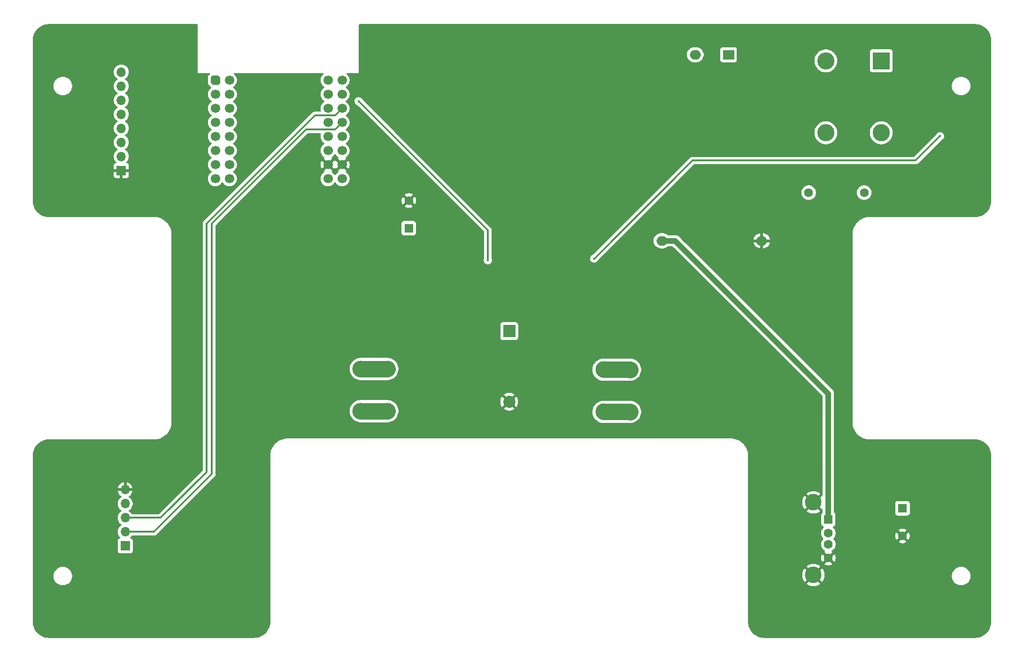
<source format=gbl>
%TF.GenerationSoftware,KiCad,Pcbnew,9.0.4*%
%TF.CreationDate,2025-12-11T10:44:19+01:00*%
%TF.ProjectId,pvmeter,70766d65-7465-4722-9e6b-696361645f70,1.4*%
%TF.SameCoordinates,Original*%
%TF.FileFunction,Copper,L2,Bot*%
%TF.FilePolarity,Positive*%
%FSLAX46Y46*%
G04 Gerber Fmt 4.6, Leading zero omitted, Abs format (unit mm)*
G04 Created by KiCad (PCBNEW 9.0.4) date 2025-12-11 10:44:19*
%MOMM*%
%LPD*%
G01*
G04 APERTURE LIST*
G04 Aperture macros list*
%AMFreePoly0*
4,1,19,-0.850000,0.510000,-0.510000,0.850000,0.255000,0.850000,0.408997,0.829726,0.552500,0.770285,0.675729,0.675729,0.770285,0.552500,0.829726,0.408997,0.850000,0.255000,0.850000,-0.510000,0.510000,-0.850000,-0.255000,-0.850000,-0.408997,-0.829726,-0.552500,-0.770285,-0.675729,-0.675729,-0.770285,-0.552500,-0.829726,-0.408997,-0.850000,-0.255000,-0.850000,0.510000,-0.850000,0.510000,
$1*%
G04 Aperture macros list end*
%TA.AperFunction,ComponentPad*%
%ADD10R,1.600000X1.600000*%
%TD*%
%TA.AperFunction,ComponentPad*%
%ADD11C,1.600000*%
%TD*%
%TA.AperFunction,ComponentPad*%
%ADD12C,3.000000*%
%TD*%
%TA.AperFunction,ComponentPad*%
%ADD13FreePoly0,0.000000*%
%TD*%
%TA.AperFunction,ComponentPad*%
%ADD14C,1.700000*%
%TD*%
%TA.AperFunction,ComponentPad*%
%ADD15R,1.700000X1.700000*%
%TD*%
%TA.AperFunction,ComponentPad*%
%ADD16O,1.700000X1.700000*%
%TD*%
%TA.AperFunction,ComponentPad*%
%ADD17O,2.000000X1.700000*%
%TD*%
%TA.AperFunction,ComponentPad*%
%ADD18R,2.000000X1.700000*%
%TD*%
%TA.AperFunction,ComponentPad*%
%ADD19R,2.200000X2.200000*%
%TD*%
%TA.AperFunction,ComponentPad*%
%ADD20C,2.200000*%
%TD*%
%TA.AperFunction,ComponentPad*%
%ADD21R,1.500000X1.600000*%
%TD*%
%TA.AperFunction,ComponentPad*%
%ADD22C,3.100000*%
%TD*%
%TA.AperFunction,ComponentPad*%
%ADD23R,3.100000X3.100000*%
%TD*%
%TA.AperFunction,ViaPad*%
%ADD24C,0.450000*%
%TD*%
%TA.AperFunction,Conductor*%
%ADD25C,0.300000*%
%TD*%
%TA.AperFunction,Conductor*%
%ADD26C,3.000000*%
%TD*%
%TA.AperFunction,Conductor*%
%ADD27C,1.000000*%
%TD*%
G04 APERTURE END LIST*
D10*
X137900000Y-77930000D03*
D11*
X137900000Y-72930000D03*
X226920000Y-133510000D03*
D10*
X226920000Y-128510000D03*
D12*
X173041250Y-103470000D03*
X173041250Y-111090000D03*
D13*
X103010000Y-51200000D03*
D14*
X103010000Y-53740000D03*
X103010000Y-56280000D03*
X103010000Y-58820000D03*
X103010000Y-61360000D03*
X103010000Y-63900000D03*
X103010000Y-66440000D03*
X103010000Y-68980000D03*
X125870000Y-68980000D03*
X125870000Y-66440000D03*
X125870000Y-63900000D03*
X125870000Y-61360000D03*
X125870000Y-58820000D03*
X125870000Y-56280000D03*
X125870000Y-53740000D03*
X125870000Y-51200000D03*
X105550000Y-51200000D03*
X105550000Y-53740000D03*
X105550000Y-56280000D03*
X105550000Y-58820000D03*
X105550000Y-61360000D03*
X105550000Y-63900000D03*
X105550000Y-66440000D03*
X105550000Y-68980000D03*
X123330000Y-68980000D03*
X123330000Y-66440000D03*
X123330000Y-63900000D03*
X123330000Y-61360000D03*
X123330000Y-58820000D03*
X123330000Y-56280000D03*
X123330000Y-53740000D03*
X123330000Y-51200000D03*
D15*
X86750000Y-135300000D03*
D16*
X86750000Y-132760000D03*
X86750000Y-130220000D03*
X86750000Y-127680000D03*
X86750000Y-125140000D03*
D11*
X220010000Y-71500000D03*
X210010000Y-71500000D03*
D17*
X189550000Y-46600000D03*
D18*
X195550000Y-46600000D03*
D17*
X201550000Y-80200000D03*
X183550000Y-80200000D03*
D12*
X177785000Y-103490000D03*
X177785000Y-111110000D03*
D19*
X156000000Y-96512500D03*
D20*
X156000000Y-109262500D03*
D15*
X86050000Y-67510000D03*
D16*
X86050000Y-64970000D03*
X86050000Y-62430000D03*
X86050000Y-59890000D03*
X86050000Y-57350000D03*
X86050000Y-54810000D03*
X86050000Y-52270000D03*
X86050000Y-49730000D03*
D21*
X213560000Y-130493400D03*
D11*
X213560000Y-132993400D03*
X213560000Y-134993400D03*
X213560000Y-137493400D03*
D12*
X210850000Y-127423400D03*
X210850000Y-140563400D03*
X129240000Y-110960000D03*
X129240000Y-103340000D03*
D22*
X223100000Y-60700000D03*
X213100000Y-60700000D03*
D23*
X223100000Y-47700000D03*
D22*
X213100000Y-47700000D03*
D12*
X134010000Y-110960000D03*
X134010000Y-103340000D03*
D24*
X171300000Y-83425000D03*
X233700000Y-61300000D03*
X80000000Y-141000000D03*
X140000000Y-51000000D03*
X220000000Y-131000000D03*
X240000000Y-51000000D03*
X100000000Y-91000000D03*
X100000000Y-111000000D03*
X210000000Y-91000000D03*
X210000000Y-81000000D03*
X220000000Y-141000000D03*
X240000000Y-151000000D03*
X110000000Y-141000000D03*
X100000000Y-131000000D03*
X95000000Y-65300000D03*
X95000000Y-60050000D03*
X80000000Y-131000000D03*
X160000000Y-111000000D03*
X130000000Y-71000000D03*
X210000000Y-101000000D03*
X170000000Y-111000000D03*
X210000000Y-131000000D03*
X110000000Y-91000000D03*
X150000000Y-71000000D03*
X90000000Y-141000000D03*
X200000000Y-141000000D03*
X80000000Y-51000000D03*
X110000000Y-101000000D03*
X190000000Y-71000000D03*
X240000000Y-71000000D03*
X150000000Y-81000000D03*
X220000000Y-51000000D03*
X90000000Y-71000000D03*
X200000000Y-111000000D03*
X180000000Y-91000000D03*
X90000000Y-121000000D03*
X220000000Y-151000000D03*
X180000000Y-71000000D03*
X130000000Y-51000000D03*
X200000000Y-61000000D03*
X190000000Y-51000000D03*
X100000000Y-121000000D03*
X190000000Y-81000000D03*
X150000000Y-51000000D03*
X200000000Y-101000000D03*
X114100000Y-56100000D03*
X200000000Y-51000000D03*
X120000000Y-111000000D03*
X95000000Y-57550000D03*
X180000000Y-61000000D03*
X160000000Y-101000000D03*
X150000000Y-91000000D03*
X210000000Y-121000000D03*
X90000000Y-51000000D03*
X140000000Y-61000000D03*
X230000000Y-151000000D03*
X170000000Y-71000000D03*
X110000000Y-121000000D03*
X200000000Y-81000000D03*
X160000000Y-71000000D03*
X110000000Y-61000000D03*
X150000000Y-101000000D03*
X220000000Y-121000000D03*
X200000000Y-131000000D03*
X110000000Y-131000000D03*
X95000000Y-62700000D03*
X170000000Y-101000000D03*
X230000000Y-141000000D03*
X100000000Y-71000000D03*
X160000000Y-81000000D03*
X230000000Y-71000000D03*
X210000000Y-151000000D03*
X170000000Y-91000000D03*
X230000000Y-61000000D03*
X110000000Y-111000000D03*
X114300000Y-52720391D03*
X130000000Y-61000000D03*
X150000000Y-111000000D03*
X200000000Y-91000000D03*
X140000000Y-101000000D03*
X140000000Y-111000000D03*
X240000000Y-131000000D03*
X240000000Y-61000000D03*
X210000000Y-111000000D03*
X180000000Y-51000000D03*
X210000000Y-51000000D03*
X180000000Y-101000000D03*
X120000000Y-101000000D03*
X240000000Y-121000000D03*
X110000000Y-81000000D03*
X80000000Y-71000000D03*
X170000000Y-61000000D03*
X230000000Y-131000000D03*
X190000000Y-91000000D03*
X110000000Y-51000000D03*
X120000000Y-61000000D03*
X240000000Y-141000000D03*
X100000000Y-141000000D03*
X95000000Y-67600000D03*
X160000000Y-51000000D03*
X110000000Y-71000000D03*
X120000000Y-51000000D03*
X130000000Y-81000000D03*
X80000000Y-61000000D03*
X120000000Y-81000000D03*
X100000000Y-51000000D03*
X140000000Y-71000000D03*
X170000000Y-51000000D03*
X130000000Y-91000000D03*
X190000000Y-61000000D03*
X200000000Y-71000000D03*
X100000000Y-81000000D03*
X150000000Y-61000000D03*
X190000000Y-101000000D03*
X160000000Y-91000000D03*
X230000000Y-51000000D03*
X100000000Y-101000000D03*
X230000000Y-121000000D03*
X120000000Y-91000000D03*
X120000000Y-71000000D03*
X200000000Y-121000000D03*
X80000000Y-121000000D03*
X140000000Y-91000000D03*
X152157500Y-83700000D03*
X128850000Y-55000000D03*
D25*
X171325000Y-83425000D02*
X189030000Y-65720000D01*
X229280000Y-65720000D02*
X233700000Y-61300000D01*
X189030000Y-65720000D02*
X229280000Y-65720000D01*
X171300000Y-83425000D02*
X171325000Y-83425000D01*
X125870000Y-56280000D02*
X124600000Y-57550000D01*
X101390000Y-121990000D02*
X93160000Y-130220000D01*
X124600000Y-57550000D02*
X120950000Y-57550000D01*
X101390000Y-77110000D02*
X101390000Y-121990000D01*
X120950000Y-57550000D02*
X101390000Y-77110000D01*
X93160000Y-130220000D02*
X86750000Y-130220000D01*
X152157500Y-83700000D02*
X152157500Y-78257500D01*
X128900000Y-55000000D02*
X128850000Y-55000000D01*
X152157500Y-78257500D02*
X128900000Y-55000000D01*
X124590000Y-60100000D02*
X119390000Y-60100000D01*
X119390000Y-60100000D02*
X102390000Y-77100000D01*
X102390000Y-122350000D02*
X91980000Y-132760000D01*
X91980000Y-132760000D02*
X86750000Y-132760000D01*
X102390000Y-77100000D02*
X102390000Y-122350000D01*
X125870000Y-58820000D02*
X124590000Y-60100000D01*
D26*
X177765000Y-103470000D02*
X173041250Y-103470000D01*
X177785000Y-103490000D02*
X177765000Y-103470000D01*
X173051250Y-111100000D02*
X177775000Y-111100000D01*
X173041250Y-111090000D02*
X173051250Y-111100000D01*
X177775000Y-111100000D02*
X177785000Y-111110000D01*
D27*
X183550000Y-80200000D02*
X185925000Y-80200000D01*
X213560000Y-107835000D02*
X213560000Y-130493400D01*
X185925000Y-80200000D02*
X213560000Y-107835000D01*
D26*
X134010000Y-103340000D02*
X129240000Y-103340000D01*
X129240000Y-110960000D02*
X134010000Y-110960000D01*
%TA.AperFunction,Conductor*%
G36*
X99742121Y-41095502D02*
G01*
X99788614Y-41149158D01*
X99800000Y-41201500D01*
X99800000Y-49900000D01*
X101926682Y-49900000D01*
X101994803Y-49920002D01*
X102041296Y-49973658D01*
X102051400Y-50043932D01*
X102021906Y-50108512D01*
X102015790Y-50115081D01*
X101893390Y-50237482D01*
X101771003Y-50359868D01*
X101770991Y-50359881D01*
X101718188Y-50427855D01*
X101718187Y-50427856D01*
X101706025Y-50457218D01*
X101662229Y-50562951D01*
X101660779Y-50574500D01*
X101651500Y-50648372D01*
X101651500Y-51539246D01*
X101651501Y-51539266D01*
X101652617Y-51557991D01*
X101654321Y-51586602D01*
X101671723Y-51666599D01*
X101699117Y-51792530D01*
X101730899Y-51866747D01*
X101782076Y-51986257D01*
X101848911Y-52085006D01*
X101900202Y-52160787D01*
X102049212Y-52309797D01*
X102049215Y-52309799D01*
X102049217Y-52309801D01*
X102220428Y-52425680D01*
X102265630Y-52480426D01*
X102274058Y-52550921D01*
X102243037Y-52614781D01*
X102223864Y-52631962D01*
X102124993Y-52703795D01*
X101973798Y-52854990D01*
X101973796Y-52854993D01*
X101848108Y-53027987D01*
X101751029Y-53218515D01*
X101751026Y-53218521D01*
X101684952Y-53421878D01*
X101684951Y-53421883D01*
X101684951Y-53421884D01*
X101651500Y-53633084D01*
X101651500Y-53846916D01*
X101663947Y-53925500D01*
X101684952Y-54058121D01*
X101751026Y-54261478D01*
X101751028Y-54261483D01*
X101848106Y-54452009D01*
X101973794Y-54625004D01*
X101973796Y-54625006D01*
X101973798Y-54625009D01*
X102124990Y-54776201D01*
X102124993Y-54776203D01*
X102124996Y-54776206D01*
X102297991Y-54901894D01*
X102297996Y-54901896D01*
X102299088Y-54902566D01*
X102299418Y-54902931D01*
X102301996Y-54904804D01*
X102301602Y-54905345D01*
X102346721Y-54955213D01*
X102358328Y-55025255D01*
X102330226Y-55090453D01*
X102301870Y-55115023D01*
X102301996Y-55115196D01*
X102299982Y-55116658D01*
X102299088Y-55117434D01*
X102297987Y-55118108D01*
X102124993Y-55243796D01*
X102124990Y-55243798D01*
X101973798Y-55394990D01*
X101973796Y-55394993D01*
X101848108Y-55567987D01*
X101751029Y-55758515D01*
X101751026Y-55758521D01*
X101684952Y-55961878D01*
X101684951Y-55961883D01*
X101684951Y-55961884D01*
X101651500Y-56173084D01*
X101651500Y-56386916D01*
X101663867Y-56464996D01*
X101684952Y-56598121D01*
X101749744Y-56797532D01*
X101751028Y-56801483D01*
X101848106Y-56992009D01*
X101973794Y-57165004D01*
X101973796Y-57165006D01*
X101973798Y-57165009D01*
X102124990Y-57316201D01*
X102124993Y-57316203D01*
X102124996Y-57316206D01*
X102297991Y-57441894D01*
X102297996Y-57441896D01*
X102299088Y-57442566D01*
X102299418Y-57442931D01*
X102301996Y-57444804D01*
X102301602Y-57445345D01*
X102346721Y-57495213D01*
X102358328Y-57565255D01*
X102330226Y-57630453D01*
X102301870Y-57655023D01*
X102301996Y-57655196D01*
X102299982Y-57656658D01*
X102299088Y-57657434D01*
X102297987Y-57658108D01*
X102124993Y-57783796D01*
X102124990Y-57783798D01*
X101973798Y-57934990D01*
X101973796Y-57934993D01*
X101848108Y-58107987D01*
X101751029Y-58298515D01*
X101751026Y-58298521D01*
X101684952Y-58501878D01*
X101684951Y-58501883D01*
X101684951Y-58501884D01*
X101651500Y-58713084D01*
X101651500Y-58926916D01*
X101663867Y-59004996D01*
X101684952Y-59138121D01*
X101750485Y-59339813D01*
X101751028Y-59341483D01*
X101848106Y-59532009D01*
X101848108Y-59532012D01*
X101877072Y-59571878D01*
X101973794Y-59705004D01*
X101973796Y-59705006D01*
X101973798Y-59705009D01*
X102124990Y-59856201D01*
X102124993Y-59856203D01*
X102124996Y-59856206D01*
X102297991Y-59981894D01*
X102297996Y-59981896D01*
X102299088Y-59982566D01*
X102299418Y-59982931D01*
X102301996Y-59984804D01*
X102301602Y-59985345D01*
X102346721Y-60035213D01*
X102358328Y-60105255D01*
X102330226Y-60170453D01*
X102301870Y-60195023D01*
X102301996Y-60195196D01*
X102299982Y-60196658D01*
X102299088Y-60197434D01*
X102297987Y-60198108D01*
X102124993Y-60323796D01*
X102124990Y-60323798D01*
X101973798Y-60474990D01*
X101973796Y-60474993D01*
X101848108Y-60647987D01*
X101751029Y-60838515D01*
X101751026Y-60838521D01*
X101684952Y-61041878D01*
X101684951Y-61041883D01*
X101684951Y-61041884D01*
X101651500Y-61253084D01*
X101651500Y-61466916D01*
X101680093Y-61647442D01*
X101684952Y-61678121D01*
X101751026Y-61881478D01*
X101751028Y-61881483D01*
X101848106Y-62072009D01*
X101973794Y-62245004D01*
X101973796Y-62245006D01*
X101973798Y-62245009D01*
X102124990Y-62396201D01*
X102124993Y-62396203D01*
X102124996Y-62396206D01*
X102297991Y-62521894D01*
X102297996Y-62521896D01*
X102299088Y-62522566D01*
X102299418Y-62522931D01*
X102301996Y-62524804D01*
X102301602Y-62525345D01*
X102346721Y-62575213D01*
X102358328Y-62645255D01*
X102330226Y-62710453D01*
X102301870Y-62735023D01*
X102301996Y-62735196D01*
X102299982Y-62736658D01*
X102299088Y-62737434D01*
X102297987Y-62738108D01*
X102124993Y-62863796D01*
X102124990Y-62863798D01*
X101973798Y-63014990D01*
X101973796Y-63014993D01*
X101848108Y-63187987D01*
X101751029Y-63378515D01*
X101751026Y-63378521D01*
X101684952Y-63581878D01*
X101684951Y-63581883D01*
X101684951Y-63581884D01*
X101651500Y-63793084D01*
X101651500Y-64006916D01*
X101663867Y-64084996D01*
X101684952Y-64218121D01*
X101751026Y-64421478D01*
X101751028Y-64421483D01*
X101848106Y-64612009D01*
X101973794Y-64785004D01*
X101973796Y-64785006D01*
X101973798Y-64785009D01*
X102124990Y-64936201D01*
X102124993Y-64936203D01*
X102124996Y-64936206D01*
X102297991Y-65061894D01*
X102297996Y-65061896D01*
X102299088Y-65062566D01*
X102299418Y-65062931D01*
X102301996Y-65064804D01*
X102301602Y-65065345D01*
X102346721Y-65115213D01*
X102358328Y-65185255D01*
X102330226Y-65250453D01*
X102301870Y-65275023D01*
X102301996Y-65275196D01*
X102299982Y-65276658D01*
X102299088Y-65277434D01*
X102297987Y-65278108D01*
X102124993Y-65403796D01*
X102124990Y-65403798D01*
X101973798Y-65554990D01*
X101973796Y-65554993D01*
X101848108Y-65727987D01*
X101751029Y-65918515D01*
X101751026Y-65918521D01*
X101684952Y-66121878D01*
X101684951Y-66121883D01*
X101684951Y-66121884D01*
X101651500Y-66333084D01*
X101651500Y-66546916D01*
X101684933Y-66758003D01*
X101684952Y-66758121D01*
X101750964Y-66961286D01*
X101751028Y-66961483D01*
X101848106Y-67152009D01*
X101973794Y-67325004D01*
X101973796Y-67325006D01*
X101973798Y-67325009D01*
X102124990Y-67476201D01*
X102124993Y-67476203D01*
X102124996Y-67476206D01*
X102297991Y-67601894D01*
X102297996Y-67601896D01*
X102299088Y-67602566D01*
X102299418Y-67602931D01*
X102301996Y-67604804D01*
X102301602Y-67605345D01*
X102346721Y-67655213D01*
X102358328Y-67725255D01*
X102330226Y-67790453D01*
X102301870Y-67815023D01*
X102301996Y-67815196D01*
X102299982Y-67816658D01*
X102299088Y-67817434D01*
X102297987Y-67818108D01*
X102124993Y-67943796D01*
X102124990Y-67943798D01*
X101973798Y-68094990D01*
X101973796Y-68094993D01*
X101848108Y-68267987D01*
X101751029Y-68458515D01*
X101751026Y-68458521D01*
X101684952Y-68661878D01*
X101684951Y-68661883D01*
X101684951Y-68661884D01*
X101651500Y-68873084D01*
X101651500Y-69086916D01*
X101684951Y-69298116D01*
X101684952Y-69298121D01*
X101751026Y-69501478D01*
X101751028Y-69501483D01*
X101848106Y-69692009D01*
X101973794Y-69865004D01*
X101973796Y-69865006D01*
X101973798Y-69865009D01*
X102124990Y-70016201D01*
X102124993Y-70016203D01*
X102124996Y-70016206D01*
X102297991Y-70141894D01*
X102488517Y-70238972D01*
X102691878Y-70305047D01*
X102691879Y-70305047D01*
X102691884Y-70305049D01*
X102903084Y-70338500D01*
X102903087Y-70338500D01*
X103116913Y-70338500D01*
X103116916Y-70338500D01*
X103328116Y-70305049D01*
X103531483Y-70238972D01*
X103722009Y-70141894D01*
X103895004Y-70016206D01*
X104046206Y-69865004D01*
X104171894Y-69692009D01*
X104171899Y-69691997D01*
X104172561Y-69690920D01*
X104172924Y-69690591D01*
X104174804Y-69688004D01*
X104175347Y-69688398D01*
X104225204Y-69643283D01*
X104295244Y-69631670D01*
X104360445Y-69659766D01*
X104385021Y-69688130D01*
X104385196Y-69688004D01*
X104386668Y-69690030D01*
X104387439Y-69690920D01*
X104388105Y-69692007D01*
X104388106Y-69692009D01*
X104513794Y-69865004D01*
X104513796Y-69865006D01*
X104513798Y-69865009D01*
X104664990Y-70016201D01*
X104664993Y-70016203D01*
X104664996Y-70016206D01*
X104837991Y-70141894D01*
X105028517Y-70238972D01*
X105231878Y-70305047D01*
X105231879Y-70305047D01*
X105231884Y-70305049D01*
X105443084Y-70338500D01*
X105443087Y-70338500D01*
X105656913Y-70338500D01*
X105656916Y-70338500D01*
X105868116Y-70305049D01*
X106071483Y-70238972D01*
X106262009Y-70141894D01*
X106435004Y-70016206D01*
X106586206Y-69865004D01*
X106711894Y-69692009D01*
X106808972Y-69501483D01*
X106875049Y-69298116D01*
X106908500Y-69086916D01*
X106908500Y-68873084D01*
X106875049Y-68661884D01*
X106808972Y-68458517D01*
X106711894Y-68267991D01*
X106586206Y-68094996D01*
X106586203Y-68094993D01*
X106586201Y-68094990D01*
X106435009Y-67943798D01*
X106435006Y-67943796D01*
X106435004Y-67943794D01*
X106262009Y-67818106D01*
X106262007Y-67818105D01*
X106260920Y-67817439D01*
X106260591Y-67817075D01*
X106258004Y-67815196D01*
X106258398Y-67814652D01*
X106213283Y-67764796D01*
X106201670Y-67694756D01*
X106229766Y-67629555D01*
X106258130Y-67604978D01*
X106258004Y-67604804D01*
X106260030Y-67603331D01*
X106260920Y-67602561D01*
X106261997Y-67601899D01*
X106262009Y-67601894D01*
X106435004Y-67476206D01*
X106586206Y-67325004D01*
X106711894Y-67152009D01*
X106808972Y-66961483D01*
X106875049Y-66758116D01*
X106908500Y-66546916D01*
X106908500Y-66333084D01*
X106875049Y-66121884D01*
X106808972Y-65918517D01*
X106711894Y-65727991D01*
X106586206Y-65554996D01*
X106586203Y-65554993D01*
X106586201Y-65554990D01*
X106435009Y-65403798D01*
X106435006Y-65403796D01*
X106435004Y-65403794D01*
X106304781Y-65309182D01*
X106262012Y-65278108D01*
X106260920Y-65277439D01*
X106260591Y-65277075D01*
X106258004Y-65275196D01*
X106258398Y-65274652D01*
X106213283Y-65224796D01*
X106201670Y-65154756D01*
X106229766Y-65089555D01*
X106258130Y-65064978D01*
X106258004Y-65064804D01*
X106260030Y-65063331D01*
X106260920Y-65062561D01*
X106261997Y-65061899D01*
X106262009Y-65061894D01*
X106435004Y-64936206D01*
X106586206Y-64785004D01*
X106711894Y-64612009D01*
X106808972Y-64421483D01*
X106875049Y-64218116D01*
X106908500Y-64006916D01*
X106908500Y-63793084D01*
X106875049Y-63581884D01*
X106808972Y-63378517D01*
X106711894Y-63187991D01*
X106586206Y-63014996D01*
X106586203Y-63014993D01*
X106586201Y-63014990D01*
X106435009Y-62863798D01*
X106435006Y-62863796D01*
X106435004Y-62863794D01*
X106290078Y-62758499D01*
X106262012Y-62738108D01*
X106260920Y-62737439D01*
X106260591Y-62737075D01*
X106258004Y-62735196D01*
X106258398Y-62734652D01*
X106213283Y-62684796D01*
X106201670Y-62614756D01*
X106229766Y-62549555D01*
X106258130Y-62524978D01*
X106258004Y-62524804D01*
X106260030Y-62523331D01*
X106260920Y-62522561D01*
X106261997Y-62521899D01*
X106262009Y-62521894D01*
X106435004Y-62396206D01*
X106586206Y-62245004D01*
X106711894Y-62072009D01*
X106808972Y-61881483D01*
X106875049Y-61678116D01*
X106908500Y-61466916D01*
X106908500Y-61253084D01*
X106875049Y-61041884D01*
X106808972Y-60838517D01*
X106711894Y-60647991D01*
X106586206Y-60474996D01*
X106586203Y-60474993D01*
X106586201Y-60474990D01*
X106435009Y-60323798D01*
X106435006Y-60323796D01*
X106435004Y-60323794D01*
X106304781Y-60229182D01*
X106262012Y-60198108D01*
X106260920Y-60197439D01*
X106260591Y-60197075D01*
X106258004Y-60195196D01*
X106258398Y-60194652D01*
X106213283Y-60144796D01*
X106201670Y-60074756D01*
X106229766Y-60009555D01*
X106258130Y-59984978D01*
X106258004Y-59984804D01*
X106260030Y-59983331D01*
X106260920Y-59982561D01*
X106261997Y-59981899D01*
X106262009Y-59981894D01*
X106435004Y-59856206D01*
X106586206Y-59705004D01*
X106711894Y-59532009D01*
X106808972Y-59341483D01*
X106875049Y-59138116D01*
X106908500Y-58926916D01*
X106908500Y-58713084D01*
X106875049Y-58501884D01*
X106808972Y-58298517D01*
X106711894Y-58107991D01*
X106586206Y-57934996D01*
X106586203Y-57934993D01*
X106586201Y-57934990D01*
X106435009Y-57783798D01*
X106435006Y-57783796D01*
X106435004Y-57783794D01*
X106304781Y-57689182D01*
X106262012Y-57658108D01*
X106260920Y-57657439D01*
X106260591Y-57657075D01*
X106258004Y-57655196D01*
X106258398Y-57654652D01*
X106213283Y-57604796D01*
X106201670Y-57534756D01*
X106229766Y-57469555D01*
X106258130Y-57444978D01*
X106258004Y-57444804D01*
X106260030Y-57443331D01*
X106260920Y-57442561D01*
X106261997Y-57441899D01*
X106262009Y-57441894D01*
X106435004Y-57316206D01*
X106586206Y-57165004D01*
X106711894Y-56992009D01*
X106808972Y-56801483D01*
X106875049Y-56598116D01*
X106908500Y-56386916D01*
X106908500Y-56173084D01*
X106875049Y-55961884D01*
X106808972Y-55758517D01*
X106711894Y-55567991D01*
X106586206Y-55394996D01*
X106586203Y-55394993D01*
X106586201Y-55394990D01*
X106435009Y-55243798D01*
X106435006Y-55243796D01*
X106435004Y-55243794D01*
X106304781Y-55149182D01*
X106262012Y-55118108D01*
X106260920Y-55117439D01*
X106260591Y-55117075D01*
X106258004Y-55115196D01*
X106258398Y-55114652D01*
X106213283Y-55064796D01*
X106201670Y-54994756D01*
X106229766Y-54929555D01*
X106258130Y-54904978D01*
X106258004Y-54904804D01*
X106260030Y-54903331D01*
X106260920Y-54902561D01*
X106261997Y-54901899D01*
X106262009Y-54901894D01*
X106435004Y-54776206D01*
X106586206Y-54625004D01*
X106711894Y-54452009D01*
X106808972Y-54261483D01*
X106875049Y-54058116D01*
X106908500Y-53846916D01*
X106908500Y-53633084D01*
X106875049Y-53421884D01*
X106808972Y-53218517D01*
X106711894Y-53027991D01*
X106586206Y-52854996D01*
X106586203Y-52854993D01*
X106586201Y-52854990D01*
X106435009Y-52703798D01*
X106435006Y-52703796D01*
X106435005Y-52703795D01*
X106435004Y-52703794D01*
X106293963Y-52601322D01*
X106262012Y-52578108D01*
X106260920Y-52577439D01*
X106260591Y-52577075D01*
X106258004Y-52575196D01*
X106258398Y-52574652D01*
X106213283Y-52524796D01*
X106201670Y-52454756D01*
X106229766Y-52389555D01*
X106258130Y-52364978D01*
X106258004Y-52364804D01*
X106260030Y-52363331D01*
X106260920Y-52362561D01*
X106261997Y-52361899D01*
X106262009Y-52361894D01*
X106435004Y-52236206D01*
X106586206Y-52085004D01*
X106711894Y-51912009D01*
X106808972Y-51721483D01*
X106875049Y-51518116D01*
X106908500Y-51306916D01*
X106908500Y-51093084D01*
X106875049Y-50881884D01*
X106808972Y-50678517D01*
X106711894Y-50487991D01*
X106586206Y-50314996D01*
X106586203Y-50314993D01*
X106586201Y-50314990D01*
X106435009Y-50163798D01*
X106435006Y-50163796D01*
X106435004Y-50163794D01*
X106385648Y-50127934D01*
X106342295Y-50071714D01*
X106336220Y-50000978D01*
X106369351Y-49938186D01*
X106431171Y-49903275D01*
X106459710Y-49900000D01*
X122420290Y-49900000D01*
X122488411Y-49920002D01*
X122534904Y-49973658D01*
X122545008Y-50043932D01*
X122515514Y-50108512D01*
X122494353Y-50127933D01*
X122459246Y-50153440D01*
X122444993Y-50163796D01*
X122444990Y-50163798D01*
X122293798Y-50314990D01*
X122293796Y-50314993D01*
X122168108Y-50487987D01*
X122071029Y-50678515D01*
X122071026Y-50678521D01*
X122004952Y-50881878D01*
X122004951Y-50881883D01*
X122004951Y-50881884D01*
X121971500Y-51093084D01*
X121971500Y-51306916D01*
X121983867Y-51384996D01*
X122004952Y-51518121D01*
X122071026Y-51721478D01*
X122071028Y-51721483D01*
X122168106Y-51912009D01*
X122293794Y-52085004D01*
X122293796Y-52085006D01*
X122293798Y-52085009D01*
X122444990Y-52236201D01*
X122444993Y-52236203D01*
X122444996Y-52236206D01*
X122617991Y-52361894D01*
X122617996Y-52361896D01*
X122619088Y-52362566D01*
X122619418Y-52362931D01*
X122621996Y-52364804D01*
X122621602Y-52365345D01*
X122666721Y-52415213D01*
X122678328Y-52485255D01*
X122650226Y-52550453D01*
X122621870Y-52575023D01*
X122621996Y-52575196D01*
X122619982Y-52576658D01*
X122619088Y-52577434D01*
X122617987Y-52578108D01*
X122444993Y-52703796D01*
X122444990Y-52703798D01*
X122293798Y-52854990D01*
X122293796Y-52854993D01*
X122168108Y-53027987D01*
X122071029Y-53218515D01*
X122071026Y-53218521D01*
X122004952Y-53421878D01*
X122004951Y-53421883D01*
X122004951Y-53421884D01*
X121971500Y-53633084D01*
X121971500Y-53846916D01*
X121983947Y-53925500D01*
X122004952Y-54058121D01*
X122071026Y-54261478D01*
X122071028Y-54261483D01*
X122168106Y-54452009D01*
X122293794Y-54625004D01*
X122293796Y-54625006D01*
X122293798Y-54625009D01*
X122444990Y-54776201D01*
X122444993Y-54776203D01*
X122444996Y-54776206D01*
X122617991Y-54901894D01*
X122617996Y-54901896D01*
X122619088Y-54902566D01*
X122619418Y-54902931D01*
X122621996Y-54904804D01*
X122621602Y-54905345D01*
X122666721Y-54955213D01*
X122678328Y-55025255D01*
X122650226Y-55090453D01*
X122621870Y-55115023D01*
X122621996Y-55115196D01*
X122619982Y-55116658D01*
X122619088Y-55117434D01*
X122617987Y-55118108D01*
X122444993Y-55243796D01*
X122444990Y-55243798D01*
X122293798Y-55394990D01*
X122293796Y-55394993D01*
X122168108Y-55567987D01*
X122071029Y-55758515D01*
X122071026Y-55758521D01*
X122004952Y-55961878D01*
X122004951Y-55961883D01*
X122004951Y-55961884D01*
X121971500Y-56173084D01*
X121971500Y-56386916D01*
X121983867Y-56464996D01*
X122004952Y-56598121D01*
X122046686Y-56726564D01*
X122048714Y-56797532D01*
X122012051Y-56858329D01*
X121948339Y-56889655D01*
X121926853Y-56891500D01*
X120885139Y-56891500D01*
X120757922Y-56916806D01*
X120757919Y-56916807D01*
X120638083Y-56966445D01*
X120530231Y-57038509D01*
X120530225Y-57038514D01*
X100878515Y-76690223D01*
X100878510Y-76690229D01*
X100845598Y-76739486D01*
X100827389Y-76766739D01*
X100813128Y-76788082D01*
X100806444Y-76798084D01*
X100756807Y-76917919D01*
X100756806Y-76917922D01*
X100731500Y-77045139D01*
X100731500Y-121665050D01*
X100711498Y-121733171D01*
X100694595Y-121754145D01*
X92924145Y-129524595D01*
X92861833Y-129558621D01*
X92835050Y-129561500D01*
X88014971Y-129561500D01*
X87946850Y-129541498D01*
X87913035Y-129509561D01*
X87856247Y-129431399D01*
X87786206Y-129334996D01*
X87786203Y-129334993D01*
X87786201Y-129334990D01*
X87635009Y-129183798D01*
X87635006Y-129183796D01*
X87635004Y-129183794D01*
X87462009Y-129058106D01*
X87462007Y-129058105D01*
X87460920Y-129057439D01*
X87460591Y-129057075D01*
X87458004Y-129055196D01*
X87458398Y-129054652D01*
X87413283Y-129004796D01*
X87401670Y-128934756D01*
X87429766Y-128869555D01*
X87458130Y-128844978D01*
X87458004Y-128844804D01*
X87460030Y-128843331D01*
X87460920Y-128842561D01*
X87461997Y-128841899D01*
X87462009Y-128841894D01*
X87635004Y-128716206D01*
X87786206Y-128565004D01*
X87911894Y-128392009D01*
X88008972Y-128201483D01*
X88075049Y-127998116D01*
X88108500Y-127786916D01*
X88108500Y-127573084D01*
X88075049Y-127361884D01*
X88008972Y-127158517D01*
X87911894Y-126967991D01*
X87786206Y-126794996D01*
X87786203Y-126794993D01*
X87786201Y-126794990D01*
X87635009Y-126643798D01*
X87635006Y-126643796D01*
X87635004Y-126643794D01*
X87565806Y-126593518D01*
X87462006Y-126518103D01*
X87460427Y-126517136D01*
X87459952Y-126516611D01*
X87458004Y-126515196D01*
X87458301Y-126514786D01*
X87412797Y-126464488D01*
X87401191Y-126394446D01*
X87429296Y-126329249D01*
X87457844Y-126304516D01*
X87457742Y-126304376D01*
X87459382Y-126303184D01*
X87460448Y-126302261D01*
X87461754Y-126301460D01*
X87634679Y-126175822D01*
X87785822Y-126024679D01*
X87911463Y-125851750D01*
X88008506Y-125661292D01*
X88008509Y-125661286D01*
X88074559Y-125458004D01*
X88084698Y-125394000D01*
X87180703Y-125394000D01*
X87215925Y-125332993D01*
X87250000Y-125205826D01*
X87250000Y-125074174D01*
X87215925Y-124947007D01*
X87180703Y-124886000D01*
X88084697Y-124886000D01*
X88074559Y-124821995D01*
X88008509Y-124618713D01*
X88008506Y-124618707D01*
X87911463Y-124428249D01*
X87785822Y-124255320D01*
X87634679Y-124104177D01*
X87461750Y-123978536D01*
X87271292Y-123881493D01*
X87271286Y-123881490D01*
X87068004Y-123815440D01*
X87004000Y-123805302D01*
X87004000Y-124709297D01*
X86942993Y-124674075D01*
X86815826Y-124640000D01*
X86684174Y-124640000D01*
X86557007Y-124674075D01*
X86496000Y-124709297D01*
X86496000Y-123805302D01*
X86431995Y-123815440D01*
X86228713Y-123881490D01*
X86228707Y-123881493D01*
X86038249Y-123978536D01*
X85865320Y-124104177D01*
X85714177Y-124255320D01*
X85588536Y-124428249D01*
X85491493Y-124618707D01*
X85491490Y-124618713D01*
X85425440Y-124821995D01*
X85415302Y-124886000D01*
X86319297Y-124886000D01*
X86284075Y-124947007D01*
X86250000Y-125074174D01*
X86250000Y-125205826D01*
X86284075Y-125332993D01*
X86319297Y-125394000D01*
X85415302Y-125394000D01*
X85425440Y-125458004D01*
X85491490Y-125661286D01*
X85491493Y-125661292D01*
X85588536Y-125851750D01*
X85714177Y-126024679D01*
X85865320Y-126175822D01*
X86038244Y-126301460D01*
X86039560Y-126302266D01*
X86039955Y-126302703D01*
X86042258Y-126304376D01*
X86041906Y-126304859D01*
X86087196Y-126354910D01*
X86098809Y-126424950D01*
X86070712Y-126490150D01*
X86041925Y-126515098D01*
X86041996Y-126515196D01*
X86040862Y-126516019D01*
X86039580Y-126517131D01*
X86037998Y-126518100D01*
X85864993Y-126643796D01*
X85864990Y-126643798D01*
X85713798Y-126794990D01*
X85713796Y-126794993D01*
X85588108Y-126967987D01*
X85491029Y-127158515D01*
X85491026Y-127158521D01*
X85424952Y-127361878D01*
X85424951Y-127361883D01*
X85424951Y-127361884D01*
X85391500Y-127573084D01*
X85391500Y-127786916D01*
X85424951Y-127998116D01*
X85424952Y-127998121D01*
X85481635Y-128172575D01*
X85491028Y-128201483D01*
X85588106Y-128392009D01*
X85713794Y-128565004D01*
X85713796Y-128565006D01*
X85713798Y-128565009D01*
X85864990Y-128716201D01*
X85864993Y-128716203D01*
X85864996Y-128716206D01*
X86037991Y-128841894D01*
X86037996Y-128841896D01*
X86039088Y-128842566D01*
X86039418Y-128842931D01*
X86041996Y-128844804D01*
X86041602Y-128845345D01*
X86086721Y-128895213D01*
X86098328Y-128965255D01*
X86070226Y-129030453D01*
X86041870Y-129055023D01*
X86041996Y-129055196D01*
X86039982Y-129056658D01*
X86039088Y-129057434D01*
X86037987Y-129058108D01*
X85864993Y-129183796D01*
X85864990Y-129183798D01*
X85713798Y-129334990D01*
X85713796Y-129334993D01*
X85588108Y-129507987D01*
X85491029Y-129698515D01*
X85491026Y-129698521D01*
X85424952Y-129901878D01*
X85424951Y-129901883D01*
X85424951Y-129901884D01*
X85391500Y-130113084D01*
X85391500Y-130326916D01*
X85424951Y-130538116D01*
X85424952Y-130538121D01*
X85491026Y-130741478D01*
X85491028Y-130741483D01*
X85588106Y-130932009D01*
X85713794Y-131105004D01*
X85713796Y-131105006D01*
X85713798Y-131105009D01*
X85864990Y-131256201D01*
X85864993Y-131256203D01*
X85864996Y-131256206D01*
X86037991Y-131381894D01*
X86037996Y-131381896D01*
X86039088Y-131382566D01*
X86039418Y-131382931D01*
X86041996Y-131384804D01*
X86041602Y-131385345D01*
X86086721Y-131435213D01*
X86098328Y-131505255D01*
X86070226Y-131570453D01*
X86041870Y-131595023D01*
X86041996Y-131595196D01*
X86039982Y-131596658D01*
X86039088Y-131597434D01*
X86037987Y-131598108D01*
X85864993Y-131723796D01*
X85864990Y-131723798D01*
X85713798Y-131874990D01*
X85713796Y-131874993D01*
X85588108Y-132047987D01*
X85491029Y-132238515D01*
X85491026Y-132238521D01*
X85424952Y-132441878D01*
X85424951Y-132441883D01*
X85424951Y-132441884D01*
X85391500Y-132653084D01*
X85391500Y-132866916D01*
X85413830Y-133007900D01*
X85424952Y-133078121D01*
X85487781Y-133271491D01*
X85491028Y-133281483D01*
X85588106Y-133472009D01*
X85713794Y-133645004D01*
X85713796Y-133645006D01*
X85713798Y-133645009D01*
X85816770Y-133747981D01*
X85850796Y-133810293D01*
X85845731Y-133881108D01*
X85803184Y-133937944D01*
X85771708Y-133955131D01*
X85653797Y-133999110D01*
X85653792Y-133999112D01*
X85536738Y-134086738D01*
X85449112Y-134203792D01*
X85449110Y-134203797D01*
X85398011Y-134340795D01*
X85398009Y-134340803D01*
X85391500Y-134401350D01*
X85391500Y-136198649D01*
X85398009Y-136259196D01*
X85398011Y-136259204D01*
X85449110Y-136396202D01*
X85449112Y-136396207D01*
X85536738Y-136513261D01*
X85653792Y-136600887D01*
X85653794Y-136600888D01*
X85653796Y-136600889D01*
X85712875Y-136622924D01*
X85790795Y-136651988D01*
X85790803Y-136651990D01*
X85851350Y-136658499D01*
X85851355Y-136658499D01*
X85851362Y-136658500D01*
X85851368Y-136658500D01*
X87648632Y-136658500D01*
X87648638Y-136658500D01*
X87648645Y-136658499D01*
X87648649Y-136658499D01*
X87709196Y-136651990D01*
X87709199Y-136651989D01*
X87709201Y-136651989D01*
X87846204Y-136600889D01*
X87963261Y-136513261D01*
X88050889Y-136396204D01*
X88094960Y-136278045D01*
X88101988Y-136259204D01*
X88101990Y-136259196D01*
X88108499Y-136198649D01*
X88108500Y-136198632D01*
X88108500Y-134401367D01*
X88108499Y-134401350D01*
X88101990Y-134340803D01*
X88101988Y-134340795D01*
X88050889Y-134203797D01*
X88050887Y-134203792D01*
X87963261Y-134086738D01*
X87846207Y-133999112D01*
X87846203Y-133999110D01*
X87728291Y-133955131D01*
X87671455Y-133912585D01*
X87646645Y-133846064D01*
X87661737Y-133776690D01*
X87683226Y-133747983D01*
X87786206Y-133645004D01*
X87894689Y-133495690D01*
X87913035Y-133470439D01*
X87969257Y-133427085D01*
X88014971Y-133418500D01*
X92044857Y-133418500D01*
X92172077Y-133393194D01*
X92291917Y-133343555D01*
X92399769Y-133271491D01*
X102901491Y-122769769D01*
X102973555Y-122661917D01*
X103023194Y-122542077D01*
X103031267Y-122501490D01*
X103048500Y-122414857D01*
X103048500Y-110828353D01*
X127231500Y-110828353D01*
X127231500Y-111091646D01*
X127265864Y-111352672D01*
X127265865Y-111352678D01*
X127265866Y-111352680D01*
X127334010Y-111606997D01*
X127434766Y-111850243D01*
X127434767Y-111850244D01*
X127434772Y-111850255D01*
X127566407Y-112078253D01*
X127726689Y-112287138D01*
X127726698Y-112287148D01*
X127912851Y-112473301D01*
X127912861Y-112473310D01*
X127912862Y-112473311D01*
X128095313Y-112613310D01*
X128121746Y-112633592D01*
X128349744Y-112765227D01*
X128349748Y-112765228D01*
X128349757Y-112765234D01*
X128593003Y-112865990D01*
X128847320Y-112934134D01*
X128847326Y-112934134D01*
X128847327Y-112934135D01*
X128877281Y-112938078D01*
X129108356Y-112968500D01*
X129108363Y-112968500D01*
X134141637Y-112968500D01*
X134141644Y-112968500D01*
X134402680Y-112934134D01*
X134656997Y-112865990D01*
X134900243Y-112765234D01*
X135128257Y-112633590D01*
X135337138Y-112473311D01*
X135523311Y-112287138D01*
X135683590Y-112078257D01*
X135815234Y-111850243D01*
X135915990Y-111606997D01*
X135984134Y-111352680D01*
X136018500Y-111091644D01*
X136018500Y-110958354D01*
X171032749Y-110958354D01*
X171032749Y-111221643D01*
X171056851Y-111404710D01*
X171056851Y-111404711D01*
X171067114Y-111482673D01*
X171067116Y-111482680D01*
X171135260Y-111736997D01*
X171236016Y-111980243D01*
X171236017Y-111980244D01*
X171236022Y-111980255D01*
X171367657Y-112208253D01*
X171367659Y-112208256D01*
X171367660Y-112208257D01*
X171527939Y-112417138D01*
X171537939Y-112427138D01*
X171724112Y-112613311D01*
X171922103Y-112765234D01*
X171932996Y-112773592D01*
X172160994Y-112905227D01*
X172160998Y-112905228D01*
X172161007Y-112905234D01*
X172404253Y-113005990D01*
X172658570Y-113074134D01*
X172658576Y-113074134D01*
X172658577Y-113074135D01*
X172683686Y-113077440D01*
X172919606Y-113108501D01*
X172919613Y-113108501D01*
X173186796Y-113108501D01*
X173186828Y-113108500D01*
X177569134Y-113108500D01*
X177585580Y-113109578D01*
X177597618Y-113111162D01*
X177653356Y-113118501D01*
X177653363Y-113118501D01*
X177916637Y-113118501D01*
X177916644Y-113118501D01*
X178177680Y-113084134D01*
X178431997Y-113015990D01*
X178675243Y-112915234D01*
X178903257Y-112783590D01*
X179112138Y-112623311D01*
X179298311Y-112437138D01*
X179458590Y-112228257D01*
X179590234Y-112000243D01*
X179690990Y-111756997D01*
X179759134Y-111502680D01*
X179772032Y-111404710D01*
X179793501Y-111241644D01*
X179793501Y-110978356D01*
X179759134Y-110717320D01*
X179690990Y-110463003D01*
X179590234Y-110219757D01*
X179590228Y-110219748D01*
X179590227Y-110219744D01*
X179458592Y-109991746D01*
X179443243Y-109971743D01*
X179298311Y-109782862D01*
X179112138Y-109596689D01*
X179102138Y-109586689D01*
X178893257Y-109426410D01*
X178893256Y-109426409D01*
X178893253Y-109426407D01*
X178665255Y-109294772D01*
X178665247Y-109294768D01*
X178665243Y-109294766D01*
X178421997Y-109194010D01*
X178167680Y-109125866D01*
X178167678Y-109125865D01*
X178167672Y-109125864D01*
X177906645Y-109091499D01*
X177906644Y-109091499D01*
X177643356Y-109091499D01*
X177639454Y-109091499D01*
X177639422Y-109091500D01*
X173257116Y-109091500D01*
X173240670Y-109090422D01*
X173172896Y-109081499D01*
X173172894Y-109081499D01*
X172909606Y-109081499D01*
X172909604Y-109081499D01*
X172648577Y-109115864D01*
X172503393Y-109154766D01*
X172394253Y-109184010D01*
X172204760Y-109262501D01*
X172151005Y-109284767D01*
X172150994Y-109284772D01*
X171922996Y-109416407D01*
X171714111Y-109576689D01*
X171714101Y-109576698D01*
X171527948Y-109762851D01*
X171527939Y-109762861D01*
X171367657Y-109971746D01*
X171236022Y-110199744D01*
X171236017Y-110199755D01*
X171135260Y-110443003D01*
X171135258Y-110443007D01*
X171091343Y-110606903D01*
X171067114Y-110697324D01*
X171032749Y-110958354D01*
X136018500Y-110958354D01*
X136018500Y-110828356D01*
X135993411Y-110637784D01*
X135984135Y-110567324D01*
X135979345Y-110549447D01*
X135950823Y-110443003D01*
X135915990Y-110313003D01*
X135815234Y-110069757D01*
X135815228Y-110069748D01*
X135815227Y-110069744D01*
X135683592Y-109841746D01*
X135638408Y-109782861D01*
X135523311Y-109632862D01*
X135523310Y-109632861D01*
X135523301Y-109632851D01*
X135337148Y-109446698D01*
X135337138Y-109446689D01*
X135128253Y-109286407D01*
X135048074Y-109240116D01*
X134900254Y-109154772D01*
X134900249Y-109154769D01*
X134900243Y-109154766D01*
X134854820Y-109135951D01*
X154392000Y-109135951D01*
X154392000Y-109389048D01*
X154431596Y-109639046D01*
X154509806Y-109879753D01*
X154509809Y-109879759D01*
X154624717Y-110105279D01*
X154697639Y-110205648D01*
X154697641Y-110205648D01*
X155434192Y-109469097D01*
X155440889Y-109494091D01*
X155519881Y-109630908D01*
X155631592Y-109742619D01*
X155768409Y-109821611D01*
X155793400Y-109828307D01*
X155056850Y-110564857D01*
X155056850Y-110564859D01*
X155157220Y-110637782D01*
X155382740Y-110752690D01*
X155382746Y-110752693D01*
X155623454Y-110830903D01*
X155623451Y-110830903D01*
X155873451Y-110870500D01*
X156126549Y-110870500D01*
X156376545Y-110830903D01*
X156376547Y-110830903D01*
X156617253Y-110752693D01*
X156617259Y-110752690D01*
X156842775Y-110637784D01*
X156943148Y-110564858D01*
X156943148Y-110564857D01*
X156206598Y-109828307D01*
X156231591Y-109821611D01*
X156368408Y-109742619D01*
X156480119Y-109630908D01*
X156559111Y-109494091D01*
X156565807Y-109469098D01*
X157302357Y-110205648D01*
X157302358Y-110205648D01*
X157375284Y-110105275D01*
X157490190Y-109879759D01*
X157490193Y-109879753D01*
X157568403Y-109639046D01*
X157608000Y-109389048D01*
X157608000Y-109135951D01*
X157568403Y-108885953D01*
X157490193Y-108645246D01*
X157490190Y-108645240D01*
X157375282Y-108419720D01*
X157302359Y-108319350D01*
X157302357Y-108319350D01*
X156565807Y-109055900D01*
X156559111Y-109030909D01*
X156480119Y-108894092D01*
X156368408Y-108782381D01*
X156231591Y-108703389D01*
X156206598Y-108696692D01*
X156943148Y-107960141D01*
X156943148Y-107960139D01*
X156842779Y-107887217D01*
X156617259Y-107772309D01*
X156617253Y-107772306D01*
X156376545Y-107694096D01*
X156376548Y-107694096D01*
X156126549Y-107654500D01*
X155873451Y-107654500D01*
X155623453Y-107694096D01*
X155382746Y-107772306D01*
X155382740Y-107772309D01*
X155157225Y-107887214D01*
X155157224Y-107887215D01*
X155056850Y-107960140D01*
X155056850Y-107960141D01*
X155793401Y-108696692D01*
X155768409Y-108703389D01*
X155631592Y-108782381D01*
X155519881Y-108894092D01*
X155440889Y-109030909D01*
X155434192Y-109055901D01*
X154697641Y-108319350D01*
X154697640Y-108319350D01*
X154624715Y-108419724D01*
X154624714Y-108419725D01*
X154509809Y-108645240D01*
X154509806Y-108645246D01*
X154431596Y-108885953D01*
X154392000Y-109135951D01*
X134854820Y-109135951D01*
X134656997Y-109054010D01*
X134402680Y-108985866D01*
X134402678Y-108985865D01*
X134402672Y-108985864D01*
X134141646Y-108951500D01*
X134141644Y-108951500D01*
X129108356Y-108951500D01*
X129108353Y-108951500D01*
X128847327Y-108985864D01*
X128847320Y-108985866D01*
X128593003Y-109054010D01*
X128395181Y-109135951D01*
X128349755Y-109154767D01*
X128349744Y-109154772D01*
X128121746Y-109286407D01*
X127912861Y-109446689D01*
X127912851Y-109446698D01*
X127726698Y-109632851D01*
X127726689Y-109632861D01*
X127566407Y-109841746D01*
X127434772Y-110069744D01*
X127434767Y-110069755D01*
X127334010Y-110313003D01*
X127265864Y-110567327D01*
X127231500Y-110828353D01*
X103048500Y-110828353D01*
X103048500Y-103208353D01*
X127231500Y-103208353D01*
X127231500Y-103471646D01*
X127265864Y-103732672D01*
X127265865Y-103732678D01*
X127265866Y-103732680D01*
X127334010Y-103986997D01*
X127434766Y-104230243D01*
X127434767Y-104230244D01*
X127434772Y-104230255D01*
X127566407Y-104458253D01*
X127726689Y-104667138D01*
X127726698Y-104667148D01*
X127912851Y-104853301D01*
X127912861Y-104853310D01*
X127912862Y-104853311D01*
X128082282Y-104983311D01*
X128121746Y-105013592D01*
X128349744Y-105145227D01*
X128349748Y-105145228D01*
X128349757Y-105145234D01*
X128593003Y-105245990D01*
X128847320Y-105314134D01*
X128847326Y-105314134D01*
X128847327Y-105314135D01*
X128877281Y-105318078D01*
X129108356Y-105348500D01*
X129108363Y-105348500D01*
X134141637Y-105348500D01*
X134141644Y-105348500D01*
X134402680Y-105314134D01*
X134656997Y-105245990D01*
X134900243Y-105145234D01*
X135128257Y-105013590D01*
X135337138Y-104853311D01*
X135523311Y-104667138D01*
X135683590Y-104458257D01*
X135815234Y-104230243D01*
X135915990Y-103986997D01*
X135984134Y-103732680D01*
X136018500Y-103471644D01*
X136018500Y-103338353D01*
X171032750Y-103338353D01*
X171032750Y-103601646D01*
X171067114Y-103862672D01*
X171067115Y-103862678D01*
X171067116Y-103862680D01*
X171135260Y-104116997D01*
X171236016Y-104360243D01*
X171236017Y-104360244D01*
X171236022Y-104360255D01*
X171367657Y-104588253D01*
X171367659Y-104588256D01*
X171367660Y-104588257D01*
X171428187Y-104667138D01*
X171527939Y-104797138D01*
X171527948Y-104797148D01*
X171714101Y-104983301D01*
X171714111Y-104983310D01*
X171714112Y-104983311D01*
X171753575Y-105013592D01*
X171922996Y-105143592D01*
X172150994Y-105275227D01*
X172150998Y-105275228D01*
X172151007Y-105275234D01*
X172394253Y-105375990D01*
X172648570Y-105444134D01*
X172648576Y-105444134D01*
X172648577Y-105444135D01*
X172678531Y-105448078D01*
X172909606Y-105478500D01*
X177493179Y-105478500D01*
X177509625Y-105479578D01*
X177530874Y-105482375D01*
X177653356Y-105498501D01*
X177653363Y-105498501D01*
X177916637Y-105498501D01*
X177916644Y-105498501D01*
X178103960Y-105473839D01*
X178177675Y-105464135D01*
X178177677Y-105464134D01*
X178177680Y-105464134D01*
X178252321Y-105444134D01*
X178431997Y-105395990D01*
X178675243Y-105295234D01*
X178903257Y-105163590D01*
X179112138Y-105003311D01*
X179298311Y-104817138D01*
X179458590Y-104608257D01*
X179590234Y-104380243D01*
X179690990Y-104136997D01*
X179759134Y-103882680D01*
X179772032Y-103784710D01*
X179793501Y-103621644D01*
X179793501Y-103358356D01*
X179759134Y-103097320D01*
X179690990Y-102843003D01*
X179590234Y-102599757D01*
X179590228Y-102599748D01*
X179590227Y-102599744D01*
X179458593Y-102371746D01*
X179449598Y-102360024D01*
X179449598Y-102360025D01*
X179298311Y-102162862D01*
X179112138Y-101976689D01*
X179092138Y-101956689D01*
X178883257Y-101796410D01*
X178883256Y-101796409D01*
X178883253Y-101796407D01*
X178655255Y-101664772D01*
X178655247Y-101664768D01*
X178655243Y-101664766D01*
X178411997Y-101564010D01*
X178157680Y-101495866D01*
X178157678Y-101495865D01*
X178157672Y-101495864D01*
X177896645Y-101461499D01*
X177896644Y-101461499D01*
X177633356Y-101461499D01*
X177629454Y-101461499D01*
X177629422Y-101461500D01*
X172909603Y-101461500D01*
X172648577Y-101495864D01*
X172394253Y-101564010D01*
X172151005Y-101664767D01*
X172150994Y-101664772D01*
X171922996Y-101796407D01*
X171714111Y-101956689D01*
X171714101Y-101956698D01*
X171527948Y-102142851D01*
X171527939Y-102142861D01*
X171367657Y-102351746D01*
X171236022Y-102579744D01*
X171236017Y-102579755D01*
X171135260Y-102823003D01*
X171067114Y-103077327D01*
X171032750Y-103338353D01*
X136018500Y-103338353D01*
X136018500Y-103208356D01*
X135984134Y-102947320D01*
X135915990Y-102693003D01*
X135815234Y-102449757D01*
X135815228Y-102449748D01*
X135815227Y-102449744D01*
X135683592Y-102221746D01*
X135638408Y-102162861D01*
X135523311Y-102012862D01*
X135523310Y-102012861D01*
X135523301Y-102012851D01*
X135337148Y-101826698D01*
X135337138Y-101826689D01*
X135128253Y-101666407D01*
X134900255Y-101534772D01*
X134900247Y-101534768D01*
X134900243Y-101534766D01*
X134656997Y-101434010D01*
X134402680Y-101365866D01*
X134402678Y-101365865D01*
X134402672Y-101365864D01*
X134141646Y-101331500D01*
X134141644Y-101331500D01*
X129108356Y-101331500D01*
X129108353Y-101331500D01*
X128847327Y-101365864D01*
X128847320Y-101365866D01*
X128593003Y-101434010D01*
X128526637Y-101461500D01*
X128349755Y-101534767D01*
X128349744Y-101534772D01*
X128121746Y-101666407D01*
X127912861Y-101826689D01*
X127912851Y-101826698D01*
X127726698Y-102012851D01*
X127726689Y-102012861D01*
X127566407Y-102221746D01*
X127434772Y-102449744D01*
X127434767Y-102449755D01*
X127334010Y-102693003D01*
X127265864Y-102947327D01*
X127231500Y-103208353D01*
X103048500Y-103208353D01*
X103048500Y-95363850D01*
X154391500Y-95363850D01*
X154391500Y-97661149D01*
X154398009Y-97721696D01*
X154398011Y-97721704D01*
X154449110Y-97858702D01*
X154449112Y-97858707D01*
X154536738Y-97975761D01*
X154653792Y-98063387D01*
X154653794Y-98063388D01*
X154653796Y-98063389D01*
X154712875Y-98085424D01*
X154790795Y-98114488D01*
X154790803Y-98114490D01*
X154851350Y-98120999D01*
X154851355Y-98120999D01*
X154851362Y-98121000D01*
X154851368Y-98121000D01*
X157148632Y-98121000D01*
X157148638Y-98121000D01*
X157148645Y-98120999D01*
X157148649Y-98120999D01*
X157209196Y-98114490D01*
X157209199Y-98114489D01*
X157209201Y-98114489D01*
X157346204Y-98063389D01*
X157463261Y-97975761D01*
X157550889Y-97858704D01*
X157601989Y-97721701D01*
X157608500Y-97661138D01*
X157608500Y-95363862D01*
X157608499Y-95363850D01*
X157601990Y-95303303D01*
X157601988Y-95303295D01*
X157550889Y-95166297D01*
X157550887Y-95166292D01*
X157463261Y-95049238D01*
X157346207Y-94961612D01*
X157346202Y-94961610D01*
X157209204Y-94910511D01*
X157209196Y-94910509D01*
X157148649Y-94904000D01*
X157148638Y-94904000D01*
X154851362Y-94904000D01*
X154851350Y-94904000D01*
X154790803Y-94910509D01*
X154790795Y-94910511D01*
X154653797Y-94961610D01*
X154653792Y-94961612D01*
X154536738Y-95049238D01*
X154449112Y-95166292D01*
X154449110Y-95166297D01*
X154398011Y-95303295D01*
X154398009Y-95303303D01*
X154391500Y-95363850D01*
X103048500Y-95363850D01*
X103048500Y-77424950D01*
X103068502Y-77356829D01*
X103085405Y-77335855D01*
X103339910Y-77081350D01*
X136591500Y-77081350D01*
X136591500Y-78778649D01*
X136598009Y-78839196D01*
X136598011Y-78839204D01*
X136649110Y-78976202D01*
X136649112Y-78976207D01*
X136736738Y-79093261D01*
X136853792Y-79180887D01*
X136853794Y-79180888D01*
X136853796Y-79180889D01*
X136882245Y-79191500D01*
X136990795Y-79231988D01*
X136990803Y-79231990D01*
X137051350Y-79238499D01*
X137051355Y-79238499D01*
X137051362Y-79238500D01*
X137051368Y-79238500D01*
X138748632Y-79238500D01*
X138748638Y-79238500D01*
X138748645Y-79238499D01*
X138748649Y-79238499D01*
X138809196Y-79231990D01*
X138809199Y-79231989D01*
X138809201Y-79231989D01*
X138813848Y-79230256D01*
X138828045Y-79224960D01*
X138946204Y-79180889D01*
X139063261Y-79093261D01*
X139104550Y-79038106D01*
X139150887Y-78976207D01*
X139150887Y-78976206D01*
X139150889Y-78976204D01*
X139201989Y-78839201D01*
X139208500Y-78778638D01*
X139208500Y-77081362D01*
X139208499Y-77081350D01*
X139201990Y-77020803D01*
X139201988Y-77020795D01*
X139150889Y-76883797D01*
X139150887Y-76883792D01*
X139063261Y-76766738D01*
X138946207Y-76679112D01*
X138946202Y-76679110D01*
X138809204Y-76628011D01*
X138809196Y-76628009D01*
X138748649Y-76621500D01*
X138748638Y-76621500D01*
X137051362Y-76621500D01*
X137051350Y-76621500D01*
X136990803Y-76628009D01*
X136990795Y-76628011D01*
X136853797Y-76679110D01*
X136853792Y-76679112D01*
X136736738Y-76766738D01*
X136649112Y-76883792D01*
X136649110Y-76883797D01*
X136598011Y-77020795D01*
X136598009Y-77020803D01*
X136591500Y-77081350D01*
X103339910Y-77081350D01*
X107594199Y-72827061D01*
X136592000Y-72827061D01*
X136592000Y-73032938D01*
X136624208Y-73236296D01*
X136687826Y-73432093D01*
X136687829Y-73432099D01*
X136781297Y-73615540D01*
X136781298Y-73615541D01*
X136812416Y-73658372D01*
X137500000Y-72970788D01*
X137500000Y-72982661D01*
X137527259Y-73084394D01*
X137579920Y-73175606D01*
X137654394Y-73250080D01*
X137745606Y-73302741D01*
X137847339Y-73330000D01*
X137859210Y-73330000D01*
X137171626Y-74017582D01*
X137171626Y-74017583D01*
X137214454Y-74048699D01*
X137397900Y-74142170D01*
X137397906Y-74142173D01*
X137593705Y-74205791D01*
X137593701Y-74205791D01*
X137797061Y-74238000D01*
X138002939Y-74238000D01*
X138206296Y-74205791D01*
X138402093Y-74142173D01*
X138402099Y-74142170D01*
X138585541Y-74048701D01*
X138628372Y-74017582D01*
X138628372Y-74017581D01*
X137940791Y-73330000D01*
X137952661Y-73330000D01*
X138054394Y-73302741D01*
X138145606Y-73250080D01*
X138220080Y-73175606D01*
X138272741Y-73084394D01*
X138300000Y-72982661D01*
X138300000Y-72970791D01*
X138987581Y-73658372D01*
X138987582Y-73658372D01*
X139018701Y-73615541D01*
X139112170Y-73432099D01*
X139112173Y-73432093D01*
X139175791Y-73236296D01*
X139208000Y-73032938D01*
X139208000Y-72827061D01*
X139175791Y-72623703D01*
X139112173Y-72427906D01*
X139112170Y-72427900D01*
X139018699Y-72244454D01*
X138987583Y-72201626D01*
X138987582Y-72201626D01*
X138300000Y-72889208D01*
X138300000Y-72877339D01*
X138272741Y-72775606D01*
X138220080Y-72684394D01*
X138145606Y-72609920D01*
X138054394Y-72557259D01*
X137952661Y-72530000D01*
X137940790Y-72530000D01*
X138628372Y-71842416D01*
X138585541Y-71811298D01*
X138585540Y-71811297D01*
X138402099Y-71717829D01*
X138402093Y-71717826D01*
X138206294Y-71654208D01*
X138206298Y-71654208D01*
X138002939Y-71622000D01*
X137797061Y-71622000D01*
X137593703Y-71654208D01*
X137397906Y-71717826D01*
X137397900Y-71717829D01*
X137214452Y-71811301D01*
X137171625Y-71842416D01*
X137859209Y-72530000D01*
X137847339Y-72530000D01*
X137745606Y-72557259D01*
X137654394Y-72609920D01*
X137579920Y-72684394D01*
X137527259Y-72775606D01*
X137500000Y-72877339D01*
X137500000Y-72889209D01*
X136812416Y-72201625D01*
X136781301Y-72244452D01*
X136687829Y-72427900D01*
X136687826Y-72427906D01*
X136624208Y-72623703D01*
X136592000Y-72827061D01*
X107594199Y-72827061D01*
X119625855Y-60795405D01*
X119688167Y-60761379D01*
X119714950Y-60758500D01*
X121923604Y-60758500D01*
X121991725Y-60778502D01*
X122038218Y-60832158D01*
X122048322Y-60902432D01*
X122043438Y-60923431D01*
X122042537Y-60926206D01*
X122004952Y-61041878D01*
X122004951Y-61041883D01*
X122004951Y-61041884D01*
X121971500Y-61253084D01*
X121971500Y-61466916D01*
X122000093Y-61647442D01*
X122004952Y-61678121D01*
X122071026Y-61881478D01*
X122071028Y-61881483D01*
X122168106Y-62072009D01*
X122293794Y-62245004D01*
X122293796Y-62245006D01*
X122293798Y-62245009D01*
X122444990Y-62396201D01*
X122444993Y-62396203D01*
X122444996Y-62396206D01*
X122617991Y-62521894D01*
X122617996Y-62521896D01*
X122619088Y-62522566D01*
X122619418Y-62522931D01*
X122621996Y-62524804D01*
X122621602Y-62525345D01*
X122666721Y-62575213D01*
X122678328Y-62645255D01*
X122650226Y-62710453D01*
X122621870Y-62735023D01*
X122621996Y-62735196D01*
X122619982Y-62736658D01*
X122619088Y-62737434D01*
X122617987Y-62738108D01*
X122444993Y-62863796D01*
X122444990Y-62863798D01*
X122293798Y-63014990D01*
X122293796Y-63014993D01*
X122168108Y-63187987D01*
X122071029Y-63378515D01*
X122071026Y-63378521D01*
X122004952Y-63581878D01*
X122004951Y-63581883D01*
X122004951Y-63581884D01*
X121971500Y-63793084D01*
X121971500Y-64006916D01*
X121983867Y-64084996D01*
X122004952Y-64218121D01*
X122071026Y-64421478D01*
X122071028Y-64421483D01*
X122168106Y-64612009D01*
X122293794Y-64785004D01*
X122293796Y-64785006D01*
X122293798Y-64785009D01*
X122444990Y-64936201D01*
X122444993Y-64936203D01*
X122444996Y-64936206D01*
X122617991Y-65061894D01*
X122618001Y-65061899D01*
X122619567Y-65062859D01*
X122620042Y-65063384D01*
X122621996Y-65064804D01*
X122621697Y-65065214D01*
X122667200Y-65115505D01*
X122678808Y-65185546D01*
X122650707Y-65250745D01*
X122622157Y-65275484D01*
X122622259Y-65275624D01*
X122620639Y-65276800D01*
X122619574Y-65277724D01*
X122618261Y-65278528D01*
X122565831Y-65316621D01*
X122565831Y-65316622D01*
X123205051Y-65955842D01*
X123137007Y-65974075D01*
X123022993Y-66039901D01*
X122929901Y-66132993D01*
X122864075Y-66247007D01*
X122845842Y-66315051D01*
X122206622Y-65675831D01*
X122206621Y-65675831D01*
X122168534Y-65728253D01*
X122071493Y-65918707D01*
X122071490Y-65918713D01*
X122005440Y-66121996D01*
X121972000Y-66333126D01*
X121972000Y-66546873D01*
X122005440Y-66758003D01*
X122071490Y-66961286D01*
X122071493Y-66961292D01*
X122168535Y-67151748D01*
X122168536Y-67151750D01*
X122206620Y-67204167D01*
X122206621Y-67204168D01*
X122845841Y-66564947D01*
X122864075Y-66632993D01*
X122929901Y-66747007D01*
X123022993Y-66840099D01*
X123137007Y-66905925D01*
X123205051Y-66924157D01*
X122565831Y-67563378D01*
X122618247Y-67601461D01*
X122619566Y-67602270D01*
X122619962Y-67602708D01*
X122622258Y-67604376D01*
X122621907Y-67604858D01*
X122667199Y-67654915D01*
X122678809Y-67724956D01*
X122650708Y-67790155D01*
X122621925Y-67815098D01*
X122621996Y-67815196D01*
X122620862Y-67816019D01*
X122619580Y-67817131D01*
X122617998Y-67818100D01*
X122444993Y-67943796D01*
X122444990Y-67943798D01*
X122293798Y-68094990D01*
X122293796Y-68094993D01*
X122168108Y-68267987D01*
X122071029Y-68458515D01*
X122071026Y-68458521D01*
X122004952Y-68661878D01*
X122004951Y-68661883D01*
X122004951Y-68661884D01*
X121971500Y-68873084D01*
X121971500Y-69086916D01*
X122004951Y-69298116D01*
X122004952Y-69298121D01*
X122071026Y-69501478D01*
X122071028Y-69501483D01*
X122168106Y-69692009D01*
X122293794Y-69865004D01*
X122293796Y-69865006D01*
X122293798Y-69865009D01*
X122444990Y-70016201D01*
X122444993Y-70016203D01*
X122444996Y-70016206D01*
X122617991Y-70141894D01*
X122808517Y-70238972D01*
X123011878Y-70305047D01*
X123011879Y-70305047D01*
X123011884Y-70305049D01*
X123223084Y-70338500D01*
X123223087Y-70338500D01*
X123436913Y-70338500D01*
X123436916Y-70338500D01*
X123648116Y-70305049D01*
X123851483Y-70238972D01*
X124042009Y-70141894D01*
X124215004Y-70016206D01*
X124366206Y-69865004D01*
X124491894Y-69692009D01*
X124491899Y-69691997D01*
X124492561Y-69690920D01*
X124492924Y-69690591D01*
X124494804Y-69688004D01*
X124495347Y-69688398D01*
X124545204Y-69643283D01*
X124615244Y-69631670D01*
X124680445Y-69659766D01*
X124705021Y-69688130D01*
X124705196Y-69688004D01*
X124706668Y-69690030D01*
X124707439Y-69690920D01*
X124708105Y-69692007D01*
X124708106Y-69692009D01*
X124833794Y-69865004D01*
X124833796Y-69865006D01*
X124833798Y-69865009D01*
X124984990Y-70016201D01*
X124984993Y-70016203D01*
X124984996Y-70016206D01*
X125157991Y-70141894D01*
X125348517Y-70238972D01*
X125551878Y-70305047D01*
X125551879Y-70305047D01*
X125551884Y-70305049D01*
X125763084Y-70338500D01*
X125763087Y-70338500D01*
X125976913Y-70338500D01*
X125976916Y-70338500D01*
X126188116Y-70305049D01*
X126391483Y-70238972D01*
X126582009Y-70141894D01*
X126755004Y-70016206D01*
X126906206Y-69865004D01*
X127031894Y-69692009D01*
X127128972Y-69501483D01*
X127195049Y-69298116D01*
X127228500Y-69086916D01*
X127228500Y-68873084D01*
X127195049Y-68661884D01*
X127128972Y-68458517D01*
X127031894Y-68267991D01*
X126906206Y-68094996D01*
X126906203Y-68094993D01*
X126906201Y-68094990D01*
X126755009Y-67943798D01*
X126755006Y-67943796D01*
X126755004Y-67943794D01*
X126685806Y-67893518D01*
X126582006Y-67818103D01*
X126580427Y-67817136D01*
X126579952Y-67816611D01*
X126578004Y-67815196D01*
X126578301Y-67814786D01*
X126532797Y-67764488D01*
X126521191Y-67694446D01*
X126549296Y-67629249D01*
X126577843Y-67604517D01*
X126577741Y-67604377D01*
X126579384Y-67603182D01*
X126580451Y-67602259D01*
X126581756Y-67601459D01*
X126634167Y-67563378D01*
X126634167Y-67563376D01*
X125994948Y-66924157D01*
X126062993Y-66905925D01*
X126177007Y-66840099D01*
X126270099Y-66747007D01*
X126335925Y-66632993D01*
X126354157Y-66564948D01*
X126993376Y-67204167D01*
X126993378Y-67204167D01*
X127031463Y-67151750D01*
X127128506Y-66961292D01*
X127128509Y-66961286D01*
X127194559Y-66758003D01*
X127228000Y-66546873D01*
X127228000Y-66333126D01*
X127194559Y-66121996D01*
X127128509Y-65918713D01*
X127128506Y-65918707D01*
X127031464Y-65728251D01*
X127031463Y-65728249D01*
X126993378Y-65675831D01*
X126354157Y-66315051D01*
X126335925Y-66247007D01*
X126270099Y-66132993D01*
X126177007Y-66039901D01*
X126062993Y-65974075D01*
X125994947Y-65955841D01*
X126634168Y-65316621D01*
X126634167Y-65316620D01*
X126581750Y-65278536D01*
X126580428Y-65277726D01*
X126580030Y-65277286D01*
X126577742Y-65275624D01*
X126578091Y-65275143D01*
X126532797Y-65225078D01*
X126521191Y-65155036D01*
X126549295Y-65089839D01*
X126578075Y-65064903D01*
X126578004Y-65064804D01*
X126579158Y-65063965D01*
X126580441Y-65062854D01*
X126581992Y-65061902D01*
X126582009Y-65061894D01*
X126755004Y-64936206D01*
X126906206Y-64785004D01*
X127031894Y-64612009D01*
X127128972Y-64421483D01*
X127195049Y-64218116D01*
X127228500Y-64006916D01*
X127228500Y-63793084D01*
X127195049Y-63581884D01*
X127128972Y-63378517D01*
X127031894Y-63187991D01*
X126906206Y-63014996D01*
X126906203Y-63014993D01*
X126906201Y-63014990D01*
X126755009Y-62863798D01*
X126755006Y-62863796D01*
X126755004Y-62863794D01*
X126610078Y-62758499D01*
X126582012Y-62738108D01*
X126580920Y-62737439D01*
X126580591Y-62737075D01*
X126578004Y-62735196D01*
X126578398Y-62734652D01*
X126533283Y-62684796D01*
X126521670Y-62614756D01*
X126549766Y-62549555D01*
X126578130Y-62524978D01*
X126578004Y-62524804D01*
X126580030Y-62523331D01*
X126580920Y-62522561D01*
X126581997Y-62521899D01*
X126582009Y-62521894D01*
X126755004Y-62396206D01*
X126906206Y-62245004D01*
X127031894Y-62072009D01*
X127128972Y-61881483D01*
X127195049Y-61678116D01*
X127228500Y-61466916D01*
X127228500Y-61253084D01*
X127195049Y-61041884D01*
X127128972Y-60838517D01*
X127031894Y-60647991D01*
X126906206Y-60474996D01*
X126906203Y-60474993D01*
X126906201Y-60474990D01*
X126755009Y-60323798D01*
X126755006Y-60323796D01*
X126755004Y-60323794D01*
X126624781Y-60229182D01*
X126582012Y-60198108D01*
X126580920Y-60197439D01*
X126580591Y-60197075D01*
X126578004Y-60195196D01*
X126578398Y-60194652D01*
X126533283Y-60144796D01*
X126521670Y-60074756D01*
X126549766Y-60009555D01*
X126578130Y-59984978D01*
X126578004Y-59984804D01*
X126580030Y-59983331D01*
X126580920Y-59982561D01*
X126581997Y-59981899D01*
X126582009Y-59981894D01*
X126755004Y-59856206D01*
X126906206Y-59705004D01*
X127031894Y-59532009D01*
X127128972Y-59341483D01*
X127195049Y-59138116D01*
X127228500Y-58926916D01*
X127228500Y-58713084D01*
X127195049Y-58501884D01*
X127128972Y-58298517D01*
X127031894Y-58107991D01*
X126906206Y-57934996D01*
X126906203Y-57934993D01*
X126906201Y-57934990D01*
X126755009Y-57783798D01*
X126755006Y-57783796D01*
X126755004Y-57783794D01*
X126624781Y-57689182D01*
X126582012Y-57658108D01*
X126580920Y-57657439D01*
X126580591Y-57657075D01*
X126578004Y-57655196D01*
X126578398Y-57654652D01*
X126533283Y-57604796D01*
X126521670Y-57534756D01*
X126549766Y-57469555D01*
X126578130Y-57444978D01*
X126578004Y-57444804D01*
X126580030Y-57443331D01*
X126580920Y-57442561D01*
X126581997Y-57441899D01*
X126582009Y-57441894D01*
X126755004Y-57316206D01*
X126906206Y-57165004D01*
X127031894Y-56992009D01*
X127128972Y-56801483D01*
X127195049Y-56598116D01*
X127228500Y-56386916D01*
X127228500Y-56173084D01*
X127195049Y-55961884D01*
X127128972Y-55758517D01*
X127031894Y-55567991D01*
X126906206Y-55394996D01*
X126906203Y-55394993D01*
X126906201Y-55394990D01*
X126755009Y-55243798D01*
X126755006Y-55243796D01*
X126755004Y-55243794D01*
X126624781Y-55149182D01*
X126582012Y-55118108D01*
X126580920Y-55117439D01*
X126580591Y-55117075D01*
X126578004Y-55115196D01*
X126578398Y-55114652D01*
X126558430Y-55092585D01*
X126535115Y-55068439D01*
X126534701Y-55066363D01*
X126533283Y-55064796D01*
X126527798Y-55031716D01*
X126521242Y-54998811D01*
X126522015Y-54996842D01*
X126521670Y-54994756D01*
X126534942Y-54963954D01*
X126547214Y-54932735D01*
X126549137Y-54931012D01*
X126549766Y-54929555D01*
X126551693Y-54927754D01*
X128116500Y-54927754D01*
X128116500Y-54927757D01*
X128116500Y-55072243D01*
X128144688Y-55213954D01*
X128144689Y-55213956D01*
X128199981Y-55347442D01*
X128280253Y-55467579D01*
X128280256Y-55467583D01*
X128382416Y-55569743D01*
X128382420Y-55569746D01*
X128382421Y-55569747D01*
X128502558Y-55650019D01*
X128636046Y-55705312D01*
X128645997Y-55707291D01*
X128708908Y-55740195D01*
X128710516Y-55741776D01*
X151462095Y-78493355D01*
X151496121Y-78555667D01*
X151499000Y-78582450D01*
X151499000Y-83347968D01*
X151489409Y-83396186D01*
X151452190Y-83486040D01*
X151452188Y-83486045D01*
X151424000Y-83627754D01*
X151424000Y-83772245D01*
X151424040Y-83772444D01*
X151452188Y-83913954D01*
X151452189Y-83913956D01*
X151507481Y-84047442D01*
X151587753Y-84167579D01*
X151587756Y-84167583D01*
X151689916Y-84269743D01*
X151689920Y-84269746D01*
X151689921Y-84269747D01*
X151810058Y-84350019D01*
X151943546Y-84405312D01*
X152085257Y-84433500D01*
X152085258Y-84433500D01*
X152229742Y-84433500D01*
X152229743Y-84433500D01*
X152371454Y-84405312D01*
X152504942Y-84350019D01*
X152625079Y-84269747D01*
X152727247Y-84167579D01*
X152807519Y-84047442D01*
X152862812Y-83913954D01*
X152891000Y-83772243D01*
X152891000Y-83627757D01*
X152862812Y-83486046D01*
X152825591Y-83396186D01*
X152823938Y-83387875D01*
X152821104Y-83383466D01*
X152816688Y-83352754D01*
X170566500Y-83352754D01*
X170566500Y-83352757D01*
X170566500Y-83497243D01*
X170594688Y-83638954D01*
X170620847Y-83702107D01*
X170649981Y-83772442D01*
X170730253Y-83892579D01*
X170730256Y-83892583D01*
X170832416Y-83994743D01*
X170832420Y-83994746D01*
X170832421Y-83994747D01*
X170952558Y-84075019D01*
X171086046Y-84130312D01*
X171227757Y-84158500D01*
X171227758Y-84158500D01*
X171372242Y-84158500D01*
X171372243Y-84158500D01*
X171513954Y-84130312D01*
X171647442Y-84075019D01*
X171767579Y-83994747D01*
X171869747Y-83892579D01*
X171950019Y-83772442D01*
X171969562Y-83725257D01*
X171996872Y-83684386D01*
X175588174Y-80093084D01*
X182041500Y-80093084D01*
X182041500Y-80306916D01*
X182074933Y-80518004D01*
X182074952Y-80518121D01*
X182140964Y-80721286D01*
X182141028Y-80721483D01*
X182238106Y-80912009D01*
X182363794Y-81085004D01*
X182363796Y-81085006D01*
X182363798Y-81085009D01*
X182514990Y-81236201D01*
X182514993Y-81236203D01*
X182514996Y-81236206D01*
X182687991Y-81361894D01*
X182878517Y-81458972D01*
X183081878Y-81525047D01*
X183081879Y-81525047D01*
X183081884Y-81525049D01*
X183293084Y-81558500D01*
X183293087Y-81558500D01*
X183806913Y-81558500D01*
X183806916Y-81558500D01*
X184018116Y-81525049D01*
X184221483Y-81458972D01*
X184412009Y-81361894D01*
X184585004Y-81236206D01*
X184585004Y-81236205D01*
X184589009Y-81233296D01*
X184590267Y-81235028D01*
X184646882Y-81209658D01*
X184663927Y-81208500D01*
X185455076Y-81208500D01*
X185523197Y-81228502D01*
X185544171Y-81245405D01*
X212514595Y-108215829D01*
X212548621Y-108278141D01*
X212551500Y-108304924D01*
X212551500Y-126067432D01*
X212531498Y-126135553D01*
X212477842Y-126182046D01*
X212444432Y-126188176D01*
X211824466Y-126808141D01*
X211727171Y-126674225D01*
X211599175Y-126546229D01*
X211465256Y-126448932D01*
X212078871Y-125835317D01*
X212078870Y-125835316D01*
X211967981Y-125750227D01*
X211967975Y-125750223D01*
X211740034Y-125618621D01*
X211740023Y-125618616D01*
X211496835Y-125517884D01*
X211242575Y-125449755D01*
X210981613Y-125415400D01*
X210718386Y-125415400D01*
X210457424Y-125449755D01*
X210203164Y-125517884D01*
X209959976Y-125618616D01*
X209959965Y-125618621D01*
X209732024Y-125750223D01*
X209621127Y-125835317D01*
X210234742Y-126448932D01*
X210100825Y-126546229D01*
X209972829Y-126674225D01*
X209875532Y-126808142D01*
X209261917Y-126194527D01*
X209176823Y-126305424D01*
X209045221Y-126533365D01*
X209045216Y-126533376D01*
X208944484Y-126776564D01*
X208876355Y-127030824D01*
X208842000Y-127291786D01*
X208842000Y-127555013D01*
X208876355Y-127815975D01*
X208944484Y-128070235D01*
X209045216Y-128313423D01*
X209045221Y-128313434D01*
X209176823Y-128541375D01*
X209176827Y-128541381D01*
X209261916Y-128652270D01*
X209261917Y-128652271D01*
X209875532Y-128038656D01*
X209972829Y-128172575D01*
X210100825Y-128300571D01*
X210234741Y-128397866D01*
X209621127Y-129011481D01*
X209621127Y-129011482D01*
X209732017Y-129096571D01*
X209732024Y-129096576D01*
X209959965Y-129228178D01*
X209959976Y-129228183D01*
X210203164Y-129328915D01*
X210457424Y-129397044D01*
X210718386Y-129431399D01*
X210718396Y-129431400D01*
X210981604Y-129431400D01*
X210981613Y-129431399D01*
X211242575Y-129397044D01*
X211496835Y-129328915D01*
X211740023Y-129228183D01*
X211740034Y-129228178D01*
X211967975Y-129096576D01*
X211967981Y-129096572D01*
X212078871Y-129011482D01*
X212078871Y-129011481D01*
X211465257Y-128397867D01*
X211599175Y-128300571D01*
X211727171Y-128172575D01*
X211824467Y-128038657D01*
X212445842Y-128660032D01*
X212486543Y-128669140D01*
X212536445Y-128719640D01*
X212551500Y-128779366D01*
X212551500Y-129188644D01*
X212531498Y-129256765D01*
X212501010Y-129289511D01*
X212446738Y-129330138D01*
X212359112Y-129447192D01*
X212359110Y-129447197D01*
X212308011Y-129584195D01*
X212308009Y-129584203D01*
X212301500Y-129644750D01*
X212301500Y-131342049D01*
X212308009Y-131402596D01*
X212308011Y-131402604D01*
X212359110Y-131539602D01*
X212359112Y-131539607D01*
X212446738Y-131656661D01*
X212563792Y-131744287D01*
X212563796Y-131744289D01*
X212667856Y-131783102D01*
X212724692Y-131825648D01*
X212749502Y-131892169D01*
X212734410Y-131961543D01*
X212710384Y-131991145D01*
X212711070Y-131991831D01*
X212561936Y-132140964D01*
X212561934Y-132140967D01*
X212440873Y-132307593D01*
X212347367Y-132491108D01*
X212347364Y-132491114D01*
X212283721Y-132686987D01*
X212283720Y-132686990D01*
X212283720Y-132686992D01*
X212251500Y-132890419D01*
X212251500Y-133096381D01*
X212279235Y-133271491D01*
X212283721Y-133299812D01*
X212339672Y-133472012D01*
X212347366Y-133495690D01*
X212440871Y-133679203D01*
X212561932Y-133845830D01*
X212561934Y-133845832D01*
X212561936Y-133845835D01*
X212620406Y-133904305D01*
X212654432Y-133966617D01*
X212649367Y-134037432D01*
X212620406Y-134082495D01*
X212561936Y-134140964D01*
X212561934Y-134140967D01*
X212440873Y-134307593D01*
X212347367Y-134491108D01*
X212347364Y-134491114D01*
X212283721Y-134686987D01*
X212283720Y-134686990D01*
X212283720Y-134686992D01*
X212251500Y-134890419D01*
X212251500Y-135096381D01*
X212283720Y-135299808D01*
X212347366Y-135495690D01*
X212440871Y-135679203D01*
X212561932Y-135845830D01*
X212561934Y-135845832D01*
X212561936Y-135845835D01*
X212707564Y-135991463D01*
X212707567Y-135991465D01*
X212707570Y-135991468D01*
X212874197Y-136112529D01*
X212911261Y-136131414D01*
X212962875Y-136180161D01*
X212979941Y-136249076D01*
X212957040Y-136316278D01*
X212911261Y-136355946D01*
X212874455Y-136374699D01*
X212874453Y-136374701D01*
X212831625Y-136405816D01*
X213455463Y-137029654D01*
X213376657Y-137050770D01*
X213268343Y-137113305D01*
X213179905Y-137201743D01*
X213117370Y-137310057D01*
X213096254Y-137388863D01*
X212472416Y-136765025D01*
X212441301Y-136807852D01*
X212347829Y-136991300D01*
X212347826Y-136991306D01*
X212284208Y-137187103D01*
X212252000Y-137390461D01*
X212252000Y-137596338D01*
X212284208Y-137799696D01*
X212347826Y-137995493D01*
X212347829Y-137995499D01*
X212441297Y-138178940D01*
X212441298Y-138178941D01*
X212472416Y-138221772D01*
X213096253Y-137597935D01*
X213117370Y-137676743D01*
X213179905Y-137785057D01*
X213268343Y-137873495D01*
X213376657Y-137936030D01*
X213455463Y-137957145D01*
X212831626Y-138580982D01*
X212831626Y-138580983D01*
X212874454Y-138612099D01*
X213057900Y-138705570D01*
X213057906Y-138705573D01*
X213253705Y-138769191D01*
X213253701Y-138769191D01*
X213457061Y-138801400D01*
X213662939Y-138801400D01*
X213866296Y-138769191D01*
X214062093Y-138705573D01*
X214062099Y-138705570D01*
X214245541Y-138612101D01*
X214288372Y-138580982D01*
X214288372Y-138580981D01*
X213664536Y-137957145D01*
X213743343Y-137936030D01*
X213851657Y-137873495D01*
X213940095Y-137785057D01*
X214002630Y-137676743D01*
X214023745Y-137597936D01*
X214647581Y-138221772D01*
X214647582Y-138221772D01*
X214678701Y-138178941D01*
X214772170Y-137995499D01*
X214772173Y-137995493D01*
X214835791Y-137799696D01*
X214868000Y-137596338D01*
X214868000Y-137390461D01*
X214835791Y-137187103D01*
X214772173Y-136991306D01*
X214772170Y-136991300D01*
X214678699Y-136807854D01*
X214647583Y-136765026D01*
X214647582Y-136765026D01*
X214023745Y-137388863D01*
X214002630Y-137310057D01*
X213940095Y-137201743D01*
X213851657Y-137113305D01*
X213743343Y-137050770D01*
X213664535Y-137029653D01*
X214288372Y-136405816D01*
X214245541Y-136374698D01*
X214245539Y-136374697D01*
X214208738Y-136355945D01*
X214157124Y-136307196D01*
X214140059Y-136238281D01*
X214162961Y-136171079D01*
X214208737Y-136131414D01*
X214245803Y-136112529D01*
X214412430Y-135991468D01*
X214558068Y-135845830D01*
X214679129Y-135679203D01*
X214772634Y-135495690D01*
X214836280Y-135299808D01*
X214868500Y-135096381D01*
X214868500Y-134890419D01*
X214836280Y-134686992D01*
X214772634Y-134491110D01*
X214679129Y-134307597D01*
X214558068Y-134140970D01*
X214558065Y-134140967D01*
X214558063Y-134140964D01*
X214499594Y-134082495D01*
X214465568Y-134020183D01*
X214470633Y-133949368D01*
X214499594Y-133904305D01*
X214558063Y-133845835D01*
X214558068Y-133845830D01*
X214679129Y-133679203D01*
X214772634Y-133495690D01*
X214801431Y-133407061D01*
X225612000Y-133407061D01*
X225612000Y-133612938D01*
X225644208Y-133816296D01*
X225707826Y-134012093D01*
X225707829Y-134012099D01*
X225801297Y-134195540D01*
X225801298Y-134195541D01*
X225832416Y-134238372D01*
X226520000Y-133550788D01*
X226520000Y-133562661D01*
X226547259Y-133664394D01*
X226599920Y-133755606D01*
X226674394Y-133830080D01*
X226765606Y-133882741D01*
X226867339Y-133910000D01*
X226879210Y-133910000D01*
X226191626Y-134597582D01*
X226191626Y-134597583D01*
X226234454Y-134628699D01*
X226417900Y-134722170D01*
X226417906Y-134722173D01*
X226613705Y-134785791D01*
X226613701Y-134785791D01*
X226817061Y-134818000D01*
X227022939Y-134818000D01*
X227226296Y-134785791D01*
X227422093Y-134722173D01*
X227422099Y-134722170D01*
X227605541Y-134628701D01*
X227648372Y-134597582D01*
X227648372Y-134597581D01*
X226960791Y-133910000D01*
X226972661Y-133910000D01*
X227074394Y-133882741D01*
X227165606Y-133830080D01*
X227240080Y-133755606D01*
X227292741Y-133664394D01*
X227320000Y-133562661D01*
X227320000Y-133550791D01*
X228007581Y-134238372D01*
X228007582Y-134238372D01*
X228038701Y-134195541D01*
X228132170Y-134012099D01*
X228132173Y-134012093D01*
X228195791Y-133816296D01*
X228228000Y-133612938D01*
X228228000Y-133407061D01*
X228195791Y-133203703D01*
X228132173Y-133007906D01*
X228132170Y-133007900D01*
X228038699Y-132824454D01*
X228007583Y-132781626D01*
X228007582Y-132781626D01*
X227320000Y-133469208D01*
X227320000Y-133457339D01*
X227292741Y-133355606D01*
X227240080Y-133264394D01*
X227165606Y-133189920D01*
X227074394Y-133137259D01*
X226972661Y-133110000D01*
X226960790Y-133110000D01*
X227648372Y-132422416D01*
X227605541Y-132391298D01*
X227605540Y-132391297D01*
X227422099Y-132297829D01*
X227422093Y-132297826D01*
X227226294Y-132234208D01*
X227226298Y-132234208D01*
X227022939Y-132202000D01*
X226817061Y-132202000D01*
X226613703Y-132234208D01*
X226417906Y-132297826D01*
X226417900Y-132297829D01*
X226234452Y-132391301D01*
X226191625Y-132422416D01*
X226879209Y-133110000D01*
X226867339Y-133110000D01*
X226765606Y-133137259D01*
X226674394Y-133189920D01*
X226599920Y-133264394D01*
X226547259Y-133355606D01*
X226520000Y-133457339D01*
X226520000Y-133469209D01*
X225832416Y-132781625D01*
X225801301Y-132824452D01*
X225707829Y-133007900D01*
X225707826Y-133007906D01*
X225644208Y-133203703D01*
X225612000Y-133407061D01*
X214801431Y-133407061D01*
X214836280Y-133299808D01*
X214868500Y-133096381D01*
X214868500Y-132890419D01*
X214836280Y-132686992D01*
X214772634Y-132491110D01*
X214679129Y-132307597D01*
X214558068Y-132140970D01*
X214558065Y-132140967D01*
X214558063Y-132140964D01*
X214408930Y-131991831D01*
X214410178Y-131990582D01*
X214375539Y-131937525D01*
X214375027Y-131866530D01*
X214412980Y-131806529D01*
X214452137Y-131783104D01*
X214556204Y-131744289D01*
X214673261Y-131656661D01*
X214719403Y-131595023D01*
X214760887Y-131539607D01*
X214760887Y-131539606D01*
X214760889Y-131539604D01*
X214811989Y-131402601D01*
X214813845Y-131385345D01*
X214818499Y-131342049D01*
X214818500Y-131342032D01*
X214818500Y-129644767D01*
X214818499Y-129644750D01*
X214811990Y-129584203D01*
X214811988Y-129584195D01*
X214760889Y-129447197D01*
X214760887Y-129447192D01*
X214673261Y-129330138D01*
X214618990Y-129289511D01*
X214576444Y-129232675D01*
X214568500Y-129188644D01*
X214568500Y-127661350D01*
X225611500Y-127661350D01*
X225611500Y-129358649D01*
X225618009Y-129419196D01*
X225618011Y-129419204D01*
X225669110Y-129556202D01*
X225669112Y-129556207D01*
X225756738Y-129673261D01*
X225873792Y-129760887D01*
X225873794Y-129760888D01*
X225873796Y-129760889D01*
X225932875Y-129782924D01*
X226010795Y-129811988D01*
X226010803Y-129811990D01*
X226071350Y-129818499D01*
X226071355Y-129818499D01*
X226071362Y-129818500D01*
X226071368Y-129818500D01*
X227768632Y-129818500D01*
X227768638Y-129818500D01*
X227768645Y-129818499D01*
X227768649Y-129818499D01*
X227829196Y-129811990D01*
X227829199Y-129811989D01*
X227829201Y-129811989D01*
X227966204Y-129760889D01*
X228083261Y-129673261D01*
X228149935Y-129584195D01*
X228170887Y-129556207D01*
X228170887Y-129556206D01*
X228170889Y-129556204D01*
X228221989Y-129419201D01*
X228228500Y-129358638D01*
X228228500Y-127661362D01*
X228228499Y-127661350D01*
X228221990Y-127600803D01*
X228221988Y-127600795D01*
X228170889Y-127463797D01*
X228170887Y-127463792D01*
X228083261Y-127346738D01*
X227966207Y-127259112D01*
X227966202Y-127259110D01*
X227829204Y-127208011D01*
X227829196Y-127208009D01*
X227768649Y-127201500D01*
X227768638Y-127201500D01*
X226071362Y-127201500D01*
X226071350Y-127201500D01*
X226010803Y-127208009D01*
X226010795Y-127208011D01*
X225873797Y-127259110D01*
X225873792Y-127259112D01*
X225756738Y-127346738D01*
X225669112Y-127463792D01*
X225669110Y-127463797D01*
X225618011Y-127600795D01*
X225618009Y-127600803D01*
X225611500Y-127661350D01*
X214568500Y-127661350D01*
X214568500Y-107735672D01*
X214568499Y-107735668D01*
X214560230Y-107694096D01*
X214529744Y-107540831D01*
X214507477Y-107487075D01*
X214453722Y-107357296D01*
X214343354Y-107192119D01*
X214343349Y-107192113D01*
X187656669Y-80505435D01*
X187097234Y-79946000D01*
X200065302Y-79946000D01*
X201119297Y-79946000D01*
X201084075Y-80007007D01*
X201050000Y-80134174D01*
X201050000Y-80265826D01*
X201084075Y-80392993D01*
X201119297Y-80454000D01*
X200065302Y-80454000D01*
X200075440Y-80518004D01*
X200141490Y-80721286D01*
X200141493Y-80721292D01*
X200238536Y-80911750D01*
X200364177Y-81084679D01*
X200515320Y-81235822D01*
X200688249Y-81361463D01*
X200878707Y-81458506D01*
X200878713Y-81458509D01*
X201081996Y-81524559D01*
X201293126Y-81558000D01*
X201296000Y-81558000D01*
X201296000Y-80630702D01*
X201357007Y-80665925D01*
X201484174Y-80700000D01*
X201615826Y-80700000D01*
X201742993Y-80665925D01*
X201804000Y-80630702D01*
X201804000Y-81558000D01*
X201806874Y-81558000D01*
X202018003Y-81524559D01*
X202221286Y-81458509D01*
X202221292Y-81458506D01*
X202411750Y-81361463D01*
X202584679Y-81235822D01*
X202735822Y-81084679D01*
X202861463Y-80911750D01*
X202958506Y-80721292D01*
X202958509Y-80721286D01*
X203024559Y-80518004D01*
X203034698Y-80454000D01*
X201980703Y-80454000D01*
X202015925Y-80392993D01*
X202050000Y-80265826D01*
X202050000Y-80134174D01*
X202015925Y-80007007D01*
X201980703Y-79946000D01*
X203034697Y-79946000D01*
X203024559Y-79881995D01*
X202958509Y-79678713D01*
X202958506Y-79678707D01*
X202861463Y-79488249D01*
X202735822Y-79315320D01*
X202584679Y-79164177D01*
X202411750Y-79038536D01*
X202221292Y-78941493D01*
X202221286Y-78941490D01*
X202018003Y-78875440D01*
X201806874Y-78842000D01*
X201804000Y-78842000D01*
X201804000Y-79769297D01*
X201742993Y-79734075D01*
X201615826Y-79700000D01*
X201484174Y-79700000D01*
X201357007Y-79734075D01*
X201296000Y-79769297D01*
X201296000Y-78842000D01*
X201293126Y-78842000D01*
X201081996Y-78875440D01*
X200878713Y-78941490D01*
X200878707Y-78941493D01*
X200688249Y-79038536D01*
X200515320Y-79164177D01*
X200364177Y-79315320D01*
X200238536Y-79488249D01*
X200141493Y-79678707D01*
X200141490Y-79678713D01*
X200075440Y-79881995D01*
X200065302Y-79946000D01*
X187097234Y-79946000D01*
X186567883Y-79416649D01*
X186567881Y-79416647D01*
X186402704Y-79306279D01*
X186223353Y-79231989D01*
X186219174Y-79230258D01*
X186219169Y-79230256D01*
X186024331Y-79191500D01*
X186024329Y-79191500D01*
X184663927Y-79191500D01*
X184595806Y-79171498D01*
X184589130Y-79166537D01*
X184589009Y-79166704D01*
X184412012Y-79038108D01*
X184412011Y-79038107D01*
X184412009Y-79038106D01*
X184221483Y-78941028D01*
X184221480Y-78941027D01*
X184221478Y-78941026D01*
X184018120Y-78874952D01*
X184018123Y-78874952D01*
X183978801Y-78868724D01*
X183806916Y-78841500D01*
X183293084Y-78841500D01*
X183081884Y-78874951D01*
X183081878Y-78874952D01*
X182878521Y-78941026D01*
X182878515Y-78941029D01*
X182687987Y-79038108D01*
X182514993Y-79163796D01*
X182514990Y-79163798D01*
X182363798Y-79314990D01*
X182363796Y-79314993D01*
X182238108Y-79487987D01*
X182141029Y-79678515D01*
X182141026Y-79678521D01*
X182074952Y-79881878D01*
X182074951Y-79881883D01*
X182074951Y-79881884D01*
X182041500Y-80093084D01*
X175588174Y-80093084D01*
X184284240Y-71397019D01*
X208701500Y-71397019D01*
X208701500Y-71602981D01*
X208733720Y-71806408D01*
X208733721Y-71806412D01*
X208745419Y-71842416D01*
X208797366Y-72002290D01*
X208890871Y-72185803D01*
X209011932Y-72352430D01*
X209011934Y-72352432D01*
X209011936Y-72352435D01*
X209157564Y-72498063D01*
X209157567Y-72498065D01*
X209157570Y-72498068D01*
X209324197Y-72619129D01*
X209507710Y-72712634D01*
X209703592Y-72776280D01*
X209907019Y-72808500D01*
X209907022Y-72808500D01*
X210112978Y-72808500D01*
X210112981Y-72808500D01*
X210316408Y-72776280D01*
X210512290Y-72712634D01*
X210695803Y-72619129D01*
X210862430Y-72498068D01*
X211008068Y-72352430D01*
X211129129Y-72185803D01*
X211222634Y-72002290D01*
X211286280Y-71806408D01*
X211318500Y-71602981D01*
X211318500Y-71397019D01*
X218701500Y-71397019D01*
X218701500Y-71602981D01*
X218733720Y-71806408D01*
X218733721Y-71806412D01*
X218745419Y-71842416D01*
X218797366Y-72002290D01*
X218890871Y-72185803D01*
X219011932Y-72352430D01*
X219011934Y-72352432D01*
X219011936Y-72352435D01*
X219157564Y-72498063D01*
X219157567Y-72498065D01*
X219157570Y-72498068D01*
X219324197Y-72619129D01*
X219507710Y-72712634D01*
X219703592Y-72776280D01*
X219907019Y-72808500D01*
X219907022Y-72808500D01*
X220112978Y-72808500D01*
X220112981Y-72808500D01*
X220316408Y-72776280D01*
X220512290Y-72712634D01*
X220695803Y-72619129D01*
X220862430Y-72498068D01*
X221008068Y-72352430D01*
X221129129Y-72185803D01*
X221222634Y-72002290D01*
X221286280Y-71806408D01*
X221318500Y-71602981D01*
X221318500Y-71397019D01*
X221286280Y-71193592D01*
X221222634Y-70997710D01*
X221129129Y-70814197D01*
X221008068Y-70647570D01*
X221008065Y-70647567D01*
X221008063Y-70647564D01*
X220862435Y-70501936D01*
X220862432Y-70501934D01*
X220862430Y-70501932D01*
X220695803Y-70380871D01*
X220512290Y-70287366D01*
X220512287Y-70287365D01*
X220512285Y-70287364D01*
X220316412Y-70223721D01*
X220316410Y-70223720D01*
X220316408Y-70223720D01*
X220112981Y-70191500D01*
X219907019Y-70191500D01*
X219703592Y-70223720D01*
X219703590Y-70223720D01*
X219703587Y-70223721D01*
X219507714Y-70287364D01*
X219507708Y-70287367D01*
X219324193Y-70380873D01*
X219157567Y-70501934D01*
X219157564Y-70501936D01*
X219011936Y-70647564D01*
X219011934Y-70647567D01*
X218890873Y-70814193D01*
X218797367Y-70997708D01*
X218797364Y-70997714D01*
X218733721Y-71193587D01*
X218733720Y-71193590D01*
X218733720Y-71193592D01*
X218701500Y-71397019D01*
X211318500Y-71397019D01*
X211286280Y-71193592D01*
X211222634Y-70997710D01*
X211129129Y-70814197D01*
X211008068Y-70647570D01*
X211008065Y-70647567D01*
X211008063Y-70647564D01*
X210862435Y-70501936D01*
X210862432Y-70501934D01*
X210862430Y-70501932D01*
X210695803Y-70380871D01*
X210512290Y-70287366D01*
X210512287Y-70287365D01*
X210512285Y-70287364D01*
X210316412Y-70223721D01*
X210316410Y-70223720D01*
X210316408Y-70223720D01*
X210112981Y-70191500D01*
X209907019Y-70191500D01*
X209703592Y-70223720D01*
X209703590Y-70223720D01*
X209703587Y-70223721D01*
X209507714Y-70287364D01*
X209507708Y-70287367D01*
X209324193Y-70380873D01*
X209157567Y-70501934D01*
X209157564Y-70501936D01*
X209011936Y-70647564D01*
X209011934Y-70647567D01*
X208890873Y-70814193D01*
X208797367Y-70997708D01*
X208797364Y-70997714D01*
X208733721Y-71193587D01*
X208733720Y-71193590D01*
X208733720Y-71193592D01*
X208701500Y-71397019D01*
X184284240Y-71397019D01*
X189265855Y-66415405D01*
X189328167Y-66381379D01*
X189354950Y-66378500D01*
X229344857Y-66378500D01*
X229472077Y-66353194D01*
X229591917Y-66303555D01*
X229699769Y-66231491D01*
X233916708Y-62014550D01*
X233957581Y-61987240D01*
X234047442Y-61950019D01*
X234167579Y-61869747D01*
X234269747Y-61767579D01*
X234350019Y-61647442D01*
X234405312Y-61513954D01*
X234433500Y-61372243D01*
X234433500Y-61227757D01*
X234405312Y-61086046D01*
X234350019Y-60952558D01*
X234269747Y-60832421D01*
X234269746Y-60832420D01*
X234269743Y-60832416D01*
X234167583Y-60730256D01*
X234167579Y-60730253D01*
X234047442Y-60649981D01*
X234042628Y-60647987D01*
X233913954Y-60594688D01*
X233828621Y-60577714D01*
X233772245Y-60566500D01*
X233772243Y-60566500D01*
X233627757Y-60566500D01*
X233627754Y-60566500D01*
X233543190Y-60583321D01*
X233486046Y-60594688D01*
X233486044Y-60594688D01*
X233486043Y-60594689D01*
X233352557Y-60649981D01*
X233232420Y-60730253D01*
X233232416Y-60730256D01*
X233130256Y-60832416D01*
X233130253Y-60832420D01*
X233049979Y-60952560D01*
X233049978Y-60952563D01*
X233012759Y-61042416D01*
X232985446Y-61083292D01*
X229044145Y-65024595D01*
X228981833Y-65058620D01*
X228955050Y-65061500D01*
X188965139Y-65061500D01*
X188837922Y-65086806D01*
X188837919Y-65086807D01*
X188718082Y-65136445D01*
X188610232Y-65208508D01*
X188610226Y-65208513D01*
X171125970Y-82692768D01*
X171085094Y-82720081D01*
X170952562Y-82774978D01*
X170952560Y-82774979D01*
X170832420Y-82855253D01*
X170832416Y-82855256D01*
X170730256Y-82957416D01*
X170730253Y-82957420D01*
X170649981Y-83077557D01*
X170594689Y-83211043D01*
X170566500Y-83352754D01*
X152816688Y-83352754D01*
X152816000Y-83347968D01*
X152816000Y-78192642D01*
X152815999Y-78192639D01*
X152790694Y-78065423D01*
X152741055Y-77945583D01*
X152708143Y-77896327D01*
X152668991Y-77837731D01*
X152668990Y-77837730D01*
X152668987Y-77837726D01*
X135481309Y-60650049D01*
X135396336Y-60565076D01*
X211041500Y-60565076D01*
X211041500Y-60834923D01*
X211076719Y-61102448D01*
X211146560Y-61363098D01*
X211146561Y-61363100D01*
X211146562Y-61363103D01*
X211249826Y-61612405D01*
X211249827Y-61612406D01*
X211249832Y-61612417D01*
X211384744Y-61846091D01*
X211384746Y-61846094D01*
X211384747Y-61846095D01*
X211549017Y-62060176D01*
X211549021Y-62060180D01*
X211549026Y-62060186D01*
X211739813Y-62250973D01*
X211739818Y-62250977D01*
X211739824Y-62250983D01*
X211953905Y-62415253D01*
X211953908Y-62415255D01*
X212187582Y-62550167D01*
X212187586Y-62550168D01*
X212187595Y-62550174D01*
X212436897Y-62653438D01*
X212697545Y-62723279D01*
X212697549Y-62723279D01*
X212697551Y-62723280D01*
X212766503Y-62732357D01*
X212965079Y-62758500D01*
X212965086Y-62758500D01*
X213234914Y-62758500D01*
X213234921Y-62758500D01*
X213476702Y-62726669D01*
X213502448Y-62723280D01*
X213502448Y-62723279D01*
X213502455Y-62723279D01*
X213763103Y-62653438D01*
X214012405Y-62550174D01*
X214246095Y-62415253D01*
X214460176Y-62250983D01*
X214650983Y-62060176D01*
X214815253Y-61846095D01*
X214950174Y-61612405D01*
X215053438Y-61363103D01*
X215123279Y-61102455D01*
X215158500Y-60834921D01*
X215158500Y-60565079D01*
X215158500Y-60565076D01*
X221041500Y-60565076D01*
X221041500Y-60834923D01*
X221076719Y-61102448D01*
X221146560Y-61363098D01*
X221146561Y-61363100D01*
X221146562Y-61363103D01*
X221249826Y-61612405D01*
X221249827Y-61612406D01*
X221249832Y-61612417D01*
X221384744Y-61846091D01*
X221384746Y-61846094D01*
X221384747Y-61846095D01*
X221549017Y-62060176D01*
X221549021Y-62060180D01*
X221549026Y-62060186D01*
X221739813Y-62250973D01*
X221739818Y-62250977D01*
X221739824Y-62250983D01*
X221953905Y-62415253D01*
X221953908Y-62415255D01*
X222187582Y-62550167D01*
X222187586Y-62550168D01*
X222187595Y-62550174D01*
X222436897Y-62653438D01*
X222697545Y-62723279D01*
X222697549Y-62723279D01*
X222697551Y-62723280D01*
X222766503Y-62732357D01*
X222965079Y-62758500D01*
X222965086Y-62758500D01*
X223234914Y-62758500D01*
X223234921Y-62758500D01*
X223476702Y-62726669D01*
X223502448Y-62723280D01*
X223502448Y-62723279D01*
X223502455Y-62723279D01*
X223763103Y-62653438D01*
X224012405Y-62550174D01*
X224246095Y-62415253D01*
X224460176Y-62250983D01*
X224650983Y-62060176D01*
X224815253Y-61846095D01*
X224950174Y-61612405D01*
X225053438Y-61363103D01*
X225123279Y-61102455D01*
X225158500Y-60834921D01*
X225158500Y-60565079D01*
X225123279Y-60297545D01*
X225053438Y-60036897D01*
X224950174Y-59787595D01*
X224950168Y-59787586D01*
X224950167Y-59787582D01*
X224815255Y-59553908D01*
X224798454Y-59532012D01*
X224650983Y-59339824D01*
X224650977Y-59339818D01*
X224650973Y-59339813D01*
X224460186Y-59149026D01*
X224460180Y-59149021D01*
X224460176Y-59149017D01*
X224246095Y-58984747D01*
X224246094Y-58984746D01*
X224246091Y-58984744D01*
X224012417Y-58849832D01*
X224012409Y-58849828D01*
X224012405Y-58849826D01*
X223763103Y-58746562D01*
X223763100Y-58746561D01*
X223763098Y-58746560D01*
X223502448Y-58676719D01*
X223234923Y-58641500D01*
X223234921Y-58641500D01*
X222965079Y-58641500D01*
X222965076Y-58641500D01*
X222697551Y-58676719D01*
X222436901Y-58746560D01*
X222436897Y-58746562D01*
X222187593Y-58849827D01*
X222187582Y-58849832D01*
X221953908Y-58984744D01*
X221739824Y-59149017D01*
X221739813Y-59149026D01*
X221549026Y-59339813D01*
X221549017Y-59339824D01*
X221384744Y-59553908D01*
X221249832Y-59787582D01*
X221249827Y-59787593D01*
X221249826Y-59787595D01*
X221163124Y-59996912D01*
X221146562Y-60036897D01*
X221146560Y-60036901D01*
X221076719Y-60297551D01*
X221041500Y-60565076D01*
X215158500Y-60565076D01*
X215123279Y-60297545D01*
X215053438Y-60036897D01*
X214950174Y-59787595D01*
X214950168Y-59787586D01*
X214950167Y-59787582D01*
X214815255Y-59553908D01*
X214798454Y-59532012D01*
X214650983Y-59339824D01*
X214650977Y-59339818D01*
X214650973Y-59339813D01*
X214460186Y-59149026D01*
X214460180Y-59149021D01*
X214460176Y-59149017D01*
X214246095Y-58984747D01*
X214246094Y-58984746D01*
X214246091Y-58984744D01*
X214012417Y-58849832D01*
X214012409Y-58849828D01*
X214012405Y-58849826D01*
X213763103Y-58746562D01*
X213763100Y-58746561D01*
X213763098Y-58746560D01*
X213502448Y-58676719D01*
X213234923Y-58641500D01*
X213234921Y-58641500D01*
X212965079Y-58641500D01*
X212965076Y-58641500D01*
X212697551Y-58676719D01*
X212436901Y-58746560D01*
X212436897Y-58746562D01*
X212187593Y-58849827D01*
X212187582Y-58849832D01*
X211953908Y-58984744D01*
X211739824Y-59149017D01*
X211739813Y-59149026D01*
X211549026Y-59339813D01*
X211549017Y-59339824D01*
X211384744Y-59553908D01*
X211249832Y-59787582D01*
X211249827Y-59787593D01*
X211249826Y-59787595D01*
X211163124Y-59996912D01*
X211146562Y-60036897D01*
X211146560Y-60036901D01*
X211076719Y-60297551D01*
X211041500Y-60565076D01*
X135396336Y-60565076D01*
X129529198Y-54697938D01*
X129501883Y-54657059D01*
X129500019Y-54652558D01*
X129419747Y-54532421D01*
X129419746Y-54532420D01*
X129419743Y-54532416D01*
X129317583Y-54430256D01*
X129317579Y-54430253D01*
X129197442Y-54349981D01*
X129063956Y-54294689D01*
X129063954Y-54294688D01*
X128978621Y-54277714D01*
X128922245Y-54266500D01*
X128922243Y-54266500D01*
X128777757Y-54266500D01*
X128777754Y-54266500D01*
X128693190Y-54283321D01*
X128636046Y-54294688D01*
X128636044Y-54294688D01*
X128636043Y-54294689D01*
X128502557Y-54349981D01*
X128382420Y-54430253D01*
X128382416Y-54430256D01*
X128280256Y-54532416D01*
X128280253Y-54532420D01*
X128199981Y-54652557D01*
X128179052Y-54703084D01*
X128144688Y-54786046D01*
X128133321Y-54843190D01*
X128116500Y-54927754D01*
X126551693Y-54927754D01*
X126573014Y-54907824D01*
X126579364Y-54903241D01*
X126582009Y-54901894D01*
X126755004Y-54776206D01*
X126906206Y-54625004D01*
X127031894Y-54452009D01*
X127128972Y-54261483D01*
X127195049Y-54058116D01*
X127228500Y-53846916D01*
X127228500Y-53633084D01*
X127195049Y-53421884D01*
X127128972Y-53218517D01*
X127031894Y-53027991D01*
X126906206Y-52854996D01*
X126906203Y-52854993D01*
X126906201Y-52854990D01*
X126755009Y-52703798D01*
X126755006Y-52703796D01*
X126755005Y-52703795D01*
X126755004Y-52703794D01*
X126613963Y-52601322D01*
X126582012Y-52578108D01*
X126580920Y-52577439D01*
X126580591Y-52577075D01*
X126578004Y-52575196D01*
X126578398Y-52574652D01*
X126533283Y-52524796D01*
X126521670Y-52454756D01*
X126549766Y-52389555D01*
X126578130Y-52364978D01*
X126578004Y-52364804D01*
X126580030Y-52363331D01*
X126580920Y-52362561D01*
X126581997Y-52361899D01*
X126582009Y-52361894D01*
X126755004Y-52236206D01*
X126851028Y-52140182D01*
X235824500Y-52140182D01*
X235824500Y-52142778D01*
X235824500Y-52359820D01*
X235853166Y-52577568D01*
X235853168Y-52577575D01*
X235910014Y-52789727D01*
X235937047Y-52854990D01*
X235994063Y-52992641D01*
X235994068Y-52992650D01*
X236103881Y-53182851D01*
X236237585Y-53357098D01*
X236237604Y-53357119D01*
X236392880Y-53512395D01*
X236392890Y-53512404D01*
X236392896Y-53512410D01*
X236392899Y-53512412D01*
X236392901Y-53512414D01*
X236414480Y-53528972D01*
X236550165Y-53633087D01*
X236567148Y-53646118D01*
X236570595Y-53648108D01*
X236757355Y-53755935D01*
X236960273Y-53839986D01*
X237172425Y-53896832D01*
X237172429Y-53896832D01*
X237172431Y-53896833D01*
X237228552Y-53904221D01*
X237390182Y-53925500D01*
X237390189Y-53925500D01*
X237609811Y-53925500D01*
X237609818Y-53925500D01*
X237806614Y-53899591D01*
X237827568Y-53896833D01*
X237827568Y-53896832D01*
X237827575Y-53896832D01*
X238039727Y-53839986D01*
X238242645Y-53755935D01*
X238432855Y-53646116D01*
X238607104Y-53512410D01*
X238762410Y-53357104D01*
X238896116Y-53182855D01*
X239005935Y-52992645D01*
X239089986Y-52789727D01*
X239146832Y-52577575D01*
X239175500Y-52359818D01*
X239175500Y-52140182D01*
X239146832Y-51922425D01*
X239089986Y-51710273D01*
X239005935Y-51507355D01*
X238896116Y-51317145D01*
X238762410Y-51142896D01*
X238762404Y-51142890D01*
X238762395Y-51142880D01*
X238607119Y-50987604D01*
X238607098Y-50987585D01*
X238432851Y-50853881D01*
X238242650Y-50744068D01*
X238242641Y-50744063D01*
X238150702Y-50705981D01*
X238039727Y-50660014D01*
X237827575Y-50603168D01*
X237827568Y-50603166D01*
X237609820Y-50574500D01*
X237609818Y-50574500D01*
X237390182Y-50574500D01*
X237390179Y-50574500D01*
X237172431Y-50603166D01*
X236960273Y-50660014D01*
X236757358Y-50744063D01*
X236757349Y-50744068D01*
X236567148Y-50853881D01*
X236392901Y-50987585D01*
X236392880Y-50987604D01*
X236237604Y-51142880D01*
X236237585Y-51142901D01*
X236103881Y-51317148D01*
X235994068Y-51507349D01*
X235994063Y-51507358D01*
X235910014Y-51710273D01*
X235853166Y-51922432D01*
X235831764Y-52085004D01*
X235825789Y-52130389D01*
X235824500Y-52140182D01*
X126851028Y-52140182D01*
X126906206Y-52085004D01*
X127031894Y-51912009D01*
X127128972Y-51721483D01*
X127195049Y-51518116D01*
X127228500Y-51306916D01*
X127228500Y-51093084D01*
X127195049Y-50881884D01*
X127128972Y-50678517D01*
X127031894Y-50487991D01*
X126906206Y-50314996D01*
X126906203Y-50314993D01*
X126906201Y-50314990D01*
X126755009Y-50163798D01*
X126755006Y-50163796D01*
X126755004Y-50163794D01*
X126705648Y-50127934D01*
X126662295Y-50071714D01*
X126656220Y-50000978D01*
X126689351Y-49938186D01*
X126751171Y-49903275D01*
X126779710Y-49900000D01*
X128900000Y-49900000D01*
X128900000Y-46493084D01*
X188041500Y-46493084D01*
X188041500Y-46706916D01*
X188074951Y-46918116D01*
X188074952Y-46918121D01*
X188113546Y-47036901D01*
X188141028Y-47121483D01*
X188238106Y-47312009D01*
X188363794Y-47485004D01*
X188363796Y-47485006D01*
X188363798Y-47485009D01*
X188514990Y-47636201D01*
X188514993Y-47636203D01*
X188514996Y-47636206D01*
X188687991Y-47761894D01*
X188878517Y-47858972D01*
X189081878Y-47925047D01*
X189081879Y-47925047D01*
X189081884Y-47925049D01*
X189293084Y-47958500D01*
X189293087Y-47958500D01*
X189806913Y-47958500D01*
X189806916Y-47958500D01*
X190018116Y-47925049D01*
X190221483Y-47858972D01*
X190412009Y-47761894D01*
X190585004Y-47636206D01*
X190736206Y-47485004D01*
X190861894Y-47312009D01*
X190958972Y-47121483D01*
X191025049Y-46918116D01*
X191058500Y-46706916D01*
X191058500Y-46493084D01*
X191025049Y-46281884D01*
X190958972Y-46078517D01*
X190861894Y-45887991D01*
X190736206Y-45714996D01*
X190736203Y-45714993D01*
X190736201Y-45714990D01*
X190722561Y-45701350D01*
X194041500Y-45701350D01*
X194041500Y-47498649D01*
X194048009Y-47559196D01*
X194048011Y-47559204D01*
X194099110Y-47696202D01*
X194099112Y-47696207D01*
X194186738Y-47813261D01*
X194303792Y-47900887D01*
X194303794Y-47900888D01*
X194303796Y-47900889D01*
X194362875Y-47922924D01*
X194440795Y-47951988D01*
X194440803Y-47951990D01*
X194501350Y-47958499D01*
X194501355Y-47958499D01*
X194501362Y-47958500D01*
X194501368Y-47958500D01*
X196598632Y-47958500D01*
X196598638Y-47958500D01*
X196598645Y-47958499D01*
X196598649Y-47958499D01*
X196659196Y-47951990D01*
X196659199Y-47951989D01*
X196659201Y-47951989D01*
X196796204Y-47900889D01*
X196852199Y-47858972D01*
X196913261Y-47813261D01*
X197000887Y-47696207D01*
X197000887Y-47696206D01*
X197000889Y-47696204D01*
X197049798Y-47565076D01*
X211041500Y-47565076D01*
X211041500Y-47834923D01*
X211076719Y-48102448D01*
X211146560Y-48363098D01*
X211146561Y-48363100D01*
X211146562Y-48363103D01*
X211249826Y-48612405D01*
X211249827Y-48612406D01*
X211249832Y-48612417D01*
X211384744Y-48846091D01*
X211384746Y-48846094D01*
X211384747Y-48846095D01*
X211549017Y-49060176D01*
X211549021Y-49060180D01*
X211549026Y-49060186D01*
X211739813Y-49250973D01*
X211739818Y-49250977D01*
X211739824Y-49250983D01*
X211953905Y-49415253D01*
X211953908Y-49415255D01*
X212187582Y-49550167D01*
X212187586Y-49550168D01*
X212187595Y-49550174D01*
X212436897Y-49653438D01*
X212697545Y-49723279D01*
X212697549Y-49723279D01*
X212697551Y-49723280D01*
X212766503Y-49732357D01*
X212965079Y-49758500D01*
X212965086Y-49758500D01*
X213234914Y-49758500D01*
X213234921Y-49758500D01*
X213476702Y-49726669D01*
X213502448Y-49723280D01*
X213502448Y-49723279D01*
X213502455Y-49723279D01*
X213763103Y-49653438D01*
X214012405Y-49550174D01*
X214246095Y-49415253D01*
X214460176Y-49250983D01*
X214650983Y-49060176D01*
X214815253Y-48846095D01*
X214950174Y-48612405D01*
X215053438Y-48363103D01*
X215123279Y-48102455D01*
X215158500Y-47834921D01*
X215158500Y-47565079D01*
X215123279Y-47297545D01*
X215053438Y-47036897D01*
X214950174Y-46787595D01*
X214950168Y-46787586D01*
X214950167Y-46787582D01*
X214815255Y-46553908D01*
X214815253Y-46553905D01*
X214650983Y-46339824D01*
X214650977Y-46339818D01*
X214650973Y-46339813D01*
X214460186Y-46149026D01*
X214460180Y-46149021D01*
X214460176Y-46149017D01*
X214398055Y-46101350D01*
X221041500Y-46101350D01*
X221041500Y-49298649D01*
X221048009Y-49359196D01*
X221048011Y-49359204D01*
X221099110Y-49496202D01*
X221099112Y-49496207D01*
X221186738Y-49613261D01*
X221303792Y-49700887D01*
X221303794Y-49700888D01*
X221303796Y-49700889D01*
X221362875Y-49722924D01*
X221440795Y-49751988D01*
X221440803Y-49751990D01*
X221501350Y-49758499D01*
X221501355Y-49758499D01*
X221501362Y-49758500D01*
X221501368Y-49758500D01*
X224698632Y-49758500D01*
X224698638Y-49758500D01*
X224698645Y-49758499D01*
X224698649Y-49758499D01*
X224759196Y-49751990D01*
X224759199Y-49751989D01*
X224759201Y-49751989D01*
X224896204Y-49700889D01*
X225013261Y-49613261D01*
X225100887Y-49496207D01*
X225100887Y-49496206D01*
X225100889Y-49496204D01*
X225151989Y-49359201D01*
X225158500Y-49298638D01*
X225158500Y-46101362D01*
X225158499Y-46101350D01*
X225151990Y-46040803D01*
X225151988Y-46040795D01*
X225100889Y-45903797D01*
X225100887Y-45903792D01*
X225013261Y-45786738D01*
X224896207Y-45699112D01*
X224896202Y-45699110D01*
X224759204Y-45648011D01*
X224759196Y-45648009D01*
X224698649Y-45641500D01*
X224698638Y-45641500D01*
X221501362Y-45641500D01*
X221501350Y-45641500D01*
X221440803Y-45648009D01*
X221440795Y-45648011D01*
X221303797Y-45699110D01*
X221303792Y-45699112D01*
X221186738Y-45786738D01*
X221099112Y-45903792D01*
X221099110Y-45903797D01*
X221048011Y-46040795D01*
X221048009Y-46040803D01*
X221041500Y-46101350D01*
X214398055Y-46101350D01*
X214246095Y-45984747D01*
X214246094Y-45984746D01*
X214246091Y-45984744D01*
X214012417Y-45849832D01*
X214012409Y-45849828D01*
X214012405Y-45849826D01*
X213763103Y-45746562D01*
X213763100Y-45746561D01*
X213763098Y-45746560D01*
X213502448Y-45676719D01*
X213234923Y-45641500D01*
X213234921Y-45641500D01*
X212965079Y-45641500D01*
X212965076Y-45641500D01*
X212697551Y-45676719D01*
X212436901Y-45746560D01*
X212436897Y-45746562D01*
X212187593Y-45849827D01*
X212187582Y-45849832D01*
X211953908Y-45984744D01*
X211739824Y-46149017D01*
X211739813Y-46149026D01*
X211549026Y-46339813D01*
X211549017Y-46339824D01*
X211384744Y-46553908D01*
X211249832Y-46787582D01*
X211249827Y-46787593D01*
X211146562Y-47036897D01*
X211146560Y-47036901D01*
X211076719Y-47297551D01*
X211041500Y-47565076D01*
X197049798Y-47565076D01*
X197051989Y-47559201D01*
X197051990Y-47559196D01*
X197053249Y-47547486D01*
X197058499Y-47498649D01*
X197058500Y-47498632D01*
X197058500Y-45701367D01*
X197058499Y-45701350D01*
X197051990Y-45640803D01*
X197051988Y-45640795D01*
X197000889Y-45503797D01*
X197000887Y-45503792D01*
X196913261Y-45386738D01*
X196796207Y-45299112D01*
X196796202Y-45299110D01*
X196659204Y-45248011D01*
X196659196Y-45248009D01*
X196598649Y-45241500D01*
X196598638Y-45241500D01*
X194501362Y-45241500D01*
X194501350Y-45241500D01*
X194440803Y-45248009D01*
X194440795Y-45248011D01*
X194303797Y-45299110D01*
X194303792Y-45299112D01*
X194186738Y-45386738D01*
X194099112Y-45503792D01*
X194099110Y-45503797D01*
X194048011Y-45640795D01*
X194048009Y-45640803D01*
X194041500Y-45701350D01*
X190722561Y-45701350D01*
X190585009Y-45563798D01*
X190585006Y-45563796D01*
X190585004Y-45563794D01*
X190412009Y-45438106D01*
X190221483Y-45341028D01*
X190221480Y-45341027D01*
X190221478Y-45341026D01*
X190018120Y-45274952D01*
X190018123Y-45274952D01*
X189978801Y-45268724D01*
X189806916Y-45241500D01*
X189293084Y-45241500D01*
X189081884Y-45274951D01*
X189081878Y-45274952D01*
X188878521Y-45341026D01*
X188878515Y-45341029D01*
X188687987Y-45438108D01*
X188514993Y-45563796D01*
X188514990Y-45563798D01*
X188363798Y-45714990D01*
X188363796Y-45714993D01*
X188238108Y-45887987D01*
X188141029Y-46078515D01*
X188141026Y-46078521D01*
X188074952Y-46281878D01*
X188074951Y-46281883D01*
X188074951Y-46281884D01*
X188041500Y-46493084D01*
X128900000Y-46493084D01*
X128900000Y-41201500D01*
X128920002Y-41133379D01*
X128973658Y-41086886D01*
X129026000Y-41075500D01*
X239975469Y-41075500D01*
X239996461Y-41075500D01*
X240003525Y-41075697D01*
X240320377Y-41093492D01*
X240334414Y-41095074D01*
X240387231Y-41104047D01*
X240643790Y-41147638D01*
X240657552Y-41150779D01*
X240959105Y-41237655D01*
X240972436Y-41242320D01*
X241262366Y-41362413D01*
X241275076Y-41368534D01*
X241549733Y-41520331D01*
X241561692Y-41527845D01*
X241817626Y-41709440D01*
X241828673Y-41718250D01*
X242062657Y-41927351D01*
X242072648Y-41937342D01*
X242281749Y-42171326D01*
X242290559Y-42182373D01*
X242472154Y-42438307D01*
X242479671Y-42450271D01*
X242631458Y-42724909D01*
X242637589Y-42737640D01*
X242757678Y-43027560D01*
X242762345Y-43040897D01*
X242849218Y-43342439D01*
X242852362Y-43356215D01*
X242904925Y-43665585D01*
X242906507Y-43679625D01*
X242924302Y-43996474D01*
X242924500Y-44003539D01*
X242924500Y-72996460D01*
X242924302Y-73003525D01*
X242906507Y-73320374D01*
X242904925Y-73334414D01*
X242852362Y-73643784D01*
X242849218Y-73657560D01*
X242762345Y-73959102D01*
X242757678Y-73972439D01*
X242637589Y-74262359D01*
X242631458Y-74275090D01*
X242479671Y-74549728D01*
X242472154Y-74561692D01*
X242290559Y-74817626D01*
X242281749Y-74828673D01*
X242072648Y-75062657D01*
X242062657Y-75072648D01*
X241828673Y-75281749D01*
X241817626Y-75290559D01*
X241561692Y-75472154D01*
X241549728Y-75479671D01*
X241275090Y-75631458D01*
X241262359Y-75637589D01*
X240972439Y-75757678D01*
X240959102Y-75762345D01*
X240657560Y-75849218D01*
X240643784Y-75852362D01*
X240334414Y-75904925D01*
X240320374Y-75906507D01*
X240003526Y-75924302D01*
X239996461Y-75924500D01*
X220838814Y-75924500D01*
X220518223Y-75958195D01*
X220202905Y-76025218D01*
X219896340Y-76124828D01*
X219896322Y-76124834D01*
X219601841Y-76255945D01*
X219601828Y-76255951D01*
X219322661Y-76417130D01*
X219322656Y-76417133D01*
X219061868Y-76606607D01*
X218822307Y-76822307D01*
X218606607Y-77061868D01*
X218417133Y-77322656D01*
X218417130Y-77322661D01*
X218255951Y-77601828D01*
X218255945Y-77601841D01*
X218124834Y-77896322D01*
X218124828Y-77896340D01*
X218025218Y-78202905D01*
X217958195Y-78518223D01*
X217924500Y-78838814D01*
X217924500Y-113161185D01*
X217958195Y-113481776D01*
X218025218Y-113797094D01*
X218124828Y-114103659D01*
X218124834Y-114103677D01*
X218255945Y-114398158D01*
X218255951Y-114398171D01*
X218417130Y-114677338D01*
X218417133Y-114677343D01*
X218606607Y-114938131D01*
X218822307Y-115177692D01*
X219061868Y-115393392D01*
X219322656Y-115582866D01*
X219322661Y-115582869D01*
X219601828Y-115744048D01*
X219601833Y-115744050D01*
X219601836Y-115744052D01*
X219749081Y-115809609D01*
X219896322Y-115875165D01*
X219896324Y-115875165D01*
X219896327Y-115875167D01*
X219977252Y-115901461D01*
X220202905Y-115974781D01*
X220202910Y-115974782D01*
X220518225Y-116041805D01*
X220838820Y-116075500D01*
X220984982Y-116075500D01*
X239975469Y-116075500D01*
X239996461Y-116075500D01*
X240003525Y-116075697D01*
X240320377Y-116093492D01*
X240334415Y-116095074D01*
X240643790Y-116147638D01*
X240657552Y-116150779D01*
X240959105Y-116237655D01*
X240972436Y-116242320D01*
X241262366Y-116362413D01*
X241275076Y-116368534D01*
X241549733Y-116520331D01*
X241561692Y-116527845D01*
X241817626Y-116709440D01*
X241828673Y-116718250D01*
X242062657Y-116927351D01*
X242072648Y-116937342D01*
X242281749Y-117171326D01*
X242290559Y-117182373D01*
X242472154Y-117438307D01*
X242479671Y-117450271D01*
X242563440Y-117601841D01*
X242631458Y-117724909D01*
X242637589Y-117737640D01*
X242757678Y-118027560D01*
X242762345Y-118040897D01*
X242849218Y-118342439D01*
X242852362Y-118356215D01*
X242904925Y-118665585D01*
X242906507Y-118679625D01*
X242924302Y-118996474D01*
X242924500Y-119003539D01*
X242924500Y-148996460D01*
X242924302Y-149003525D01*
X242906507Y-149320374D01*
X242904925Y-149334414D01*
X242852362Y-149643784D01*
X242849218Y-149657560D01*
X242762345Y-149959102D01*
X242757678Y-149972439D01*
X242637589Y-150262359D01*
X242631458Y-150275090D01*
X242479671Y-150549728D01*
X242472154Y-150561692D01*
X242290559Y-150817626D01*
X242281749Y-150828673D01*
X242072648Y-151062657D01*
X242062657Y-151072648D01*
X241828673Y-151281749D01*
X241817626Y-151290559D01*
X241561692Y-151472154D01*
X241549728Y-151479671D01*
X241275090Y-151631458D01*
X241262359Y-151637589D01*
X240972439Y-151757678D01*
X240959102Y-151762345D01*
X240657560Y-151849218D01*
X240643784Y-151852362D01*
X240334414Y-151904925D01*
X240320374Y-151906507D01*
X240003526Y-151924302D01*
X239996461Y-151924500D01*
X202003539Y-151924500D01*
X201996474Y-151924302D01*
X201679625Y-151906507D01*
X201665585Y-151904925D01*
X201356215Y-151852362D01*
X201342439Y-151849218D01*
X201040897Y-151762345D01*
X201027560Y-151757678D01*
X200737640Y-151637589D01*
X200724916Y-151631461D01*
X200450271Y-151479671D01*
X200438307Y-151472154D01*
X200182373Y-151290559D01*
X200171326Y-151281749D01*
X199937342Y-151072648D01*
X199927351Y-151062657D01*
X199718250Y-150828673D01*
X199709440Y-150817626D01*
X199527845Y-150561692D01*
X199520328Y-150549728D01*
X199436562Y-150398164D01*
X199368534Y-150275076D01*
X199362413Y-150262366D01*
X199242320Y-149972436D01*
X199237654Y-149959102D01*
X199150781Y-149657560D01*
X199147637Y-149643784D01*
X199095074Y-149334414D01*
X199093492Y-149320374D01*
X199075698Y-149003525D01*
X199075500Y-148996460D01*
X199075500Y-140431786D01*
X208842000Y-140431786D01*
X208842000Y-140695013D01*
X208876355Y-140955975D01*
X208944484Y-141210235D01*
X209045216Y-141453423D01*
X209045221Y-141453434D01*
X209176823Y-141681375D01*
X209176827Y-141681381D01*
X209261916Y-141792270D01*
X209261917Y-141792271D01*
X209875532Y-141178656D01*
X209972829Y-141312575D01*
X210100825Y-141440571D01*
X210234741Y-141537866D01*
X209621127Y-142151481D01*
X209621127Y-142151482D01*
X209732017Y-142236571D01*
X209732024Y-142236576D01*
X209959965Y-142368178D01*
X209959976Y-142368183D01*
X210203164Y-142468915D01*
X210457424Y-142537044D01*
X210718386Y-142571399D01*
X210718396Y-142571400D01*
X210981604Y-142571400D01*
X210981613Y-142571399D01*
X211242575Y-142537044D01*
X211496835Y-142468915D01*
X211740023Y-142368183D01*
X211740034Y-142368178D01*
X211967975Y-142236576D01*
X211967981Y-142236572D01*
X212078871Y-142151482D01*
X212078871Y-142151481D01*
X211465257Y-141537867D01*
X211599175Y-141440571D01*
X211727171Y-141312575D01*
X211824467Y-141178657D01*
X212438081Y-141792271D01*
X212438082Y-141792271D01*
X212523172Y-141681381D01*
X212523176Y-141681375D01*
X212654778Y-141453434D01*
X212654783Y-141453423D01*
X212755515Y-141210235D01*
X212823644Y-140955975D01*
X212857999Y-140695013D01*
X212858000Y-140695004D01*
X212858000Y-140640182D01*
X235824500Y-140640182D01*
X235824500Y-140642778D01*
X235824500Y-140859820D01*
X235853166Y-141077568D01*
X235853168Y-141077575D01*
X235910014Y-141289727D01*
X235955981Y-141400702D01*
X235994063Y-141492641D01*
X235994068Y-141492650D01*
X236103881Y-141682851D01*
X236237585Y-141857098D01*
X236237604Y-141857119D01*
X236392880Y-142012395D01*
X236392890Y-142012404D01*
X236392896Y-142012410D01*
X236567145Y-142146116D01*
X236757355Y-142255935D01*
X236960273Y-142339986D01*
X237172425Y-142396832D01*
X237172429Y-142396832D01*
X237172431Y-142396833D01*
X237228552Y-142404221D01*
X237390182Y-142425500D01*
X237390189Y-142425500D01*
X237609811Y-142425500D01*
X237609818Y-142425500D01*
X237806614Y-142399591D01*
X237827568Y-142396833D01*
X237827568Y-142396832D01*
X237827575Y-142396832D01*
X238039727Y-142339986D01*
X238242645Y-142255935D01*
X238432855Y-142146116D01*
X238607104Y-142012410D01*
X238762410Y-141857104D01*
X238896116Y-141682855D01*
X239005935Y-141492645D01*
X239089986Y-141289727D01*
X239146832Y-141077575D01*
X239175500Y-140859818D01*
X239175500Y-140640182D01*
X239148066Y-140431796D01*
X239146833Y-140422431D01*
X239146832Y-140422429D01*
X239146832Y-140422425D01*
X239089986Y-140210273D01*
X239005935Y-140007355D01*
X238896116Y-139817145D01*
X238762410Y-139642896D01*
X238762404Y-139642890D01*
X238762395Y-139642880D01*
X238607119Y-139487604D01*
X238607098Y-139487585D01*
X238432851Y-139353881D01*
X238242650Y-139244068D01*
X238242641Y-139244063D01*
X238150702Y-139205981D01*
X238039727Y-139160014D01*
X237827575Y-139103168D01*
X237827568Y-139103166D01*
X237609820Y-139074500D01*
X237609818Y-139074500D01*
X237390182Y-139074500D01*
X237390179Y-139074500D01*
X237172431Y-139103166D01*
X236960273Y-139160014D01*
X236757358Y-139244063D01*
X236757349Y-139244068D01*
X236567148Y-139353881D01*
X236392901Y-139487585D01*
X236392880Y-139487604D01*
X236237604Y-139642880D01*
X236237585Y-139642901D01*
X236103881Y-139817148D01*
X235994068Y-140007349D01*
X235994063Y-140007358D01*
X235910014Y-140210273D01*
X235853166Y-140422432D01*
X235834608Y-140563399D01*
X235825789Y-140630389D01*
X235824500Y-140640182D01*
X212858000Y-140640182D01*
X212858000Y-140431796D01*
X212857999Y-140431786D01*
X212823644Y-140170824D01*
X212755515Y-139916564D01*
X212654783Y-139673376D01*
X212654778Y-139673365D01*
X212523176Y-139445424D01*
X212523171Y-139445417D01*
X212438081Y-139334527D01*
X211824466Y-139948141D01*
X211727171Y-139814225D01*
X211599175Y-139686229D01*
X211465256Y-139588932D01*
X212078871Y-138975317D01*
X212078870Y-138975316D01*
X211967981Y-138890227D01*
X211967975Y-138890223D01*
X211740034Y-138758621D01*
X211740023Y-138758616D01*
X211496835Y-138657884D01*
X211484832Y-138654668D01*
X211242575Y-138589755D01*
X210981613Y-138555400D01*
X210718386Y-138555400D01*
X210457424Y-138589755D01*
X210203164Y-138657884D01*
X209959976Y-138758616D01*
X209959965Y-138758621D01*
X209732024Y-138890223D01*
X209621127Y-138975317D01*
X210234742Y-139588932D01*
X210100825Y-139686229D01*
X209972829Y-139814225D01*
X209875532Y-139948142D01*
X209261917Y-139334527D01*
X209176823Y-139445424D01*
X209045221Y-139673365D01*
X209045216Y-139673376D01*
X208944484Y-139916564D01*
X208876355Y-140170824D01*
X208842000Y-140431786D01*
X199075500Y-140431786D01*
X199075500Y-118838822D01*
X199075499Y-118838814D01*
X199058768Y-118679625D01*
X199041805Y-118518225D01*
X198974782Y-118202910D01*
X198974781Y-118202905D01*
X198875171Y-117896340D01*
X198875165Y-117896322D01*
X198744054Y-117601841D01*
X198744048Y-117601828D01*
X198582869Y-117322661D01*
X198582866Y-117322656D01*
X198393392Y-117061868D01*
X198177692Y-116822307D01*
X197938131Y-116606607D01*
X197677343Y-116417133D01*
X197677338Y-116417130D01*
X197398171Y-116255951D01*
X197398158Y-116255945D01*
X197103677Y-116124834D01*
X197103659Y-116124828D01*
X196797094Y-116025218D01*
X196481776Y-115958195D01*
X196161185Y-115924500D01*
X196161180Y-115924500D01*
X196015018Y-115924500D01*
X116024531Y-115924500D01*
X116000000Y-115924500D01*
X115838820Y-115924500D01*
X115838814Y-115924500D01*
X115518223Y-115958195D01*
X115202905Y-116025218D01*
X114896340Y-116124828D01*
X114896322Y-116124834D01*
X114601841Y-116255945D01*
X114601828Y-116255951D01*
X114322661Y-116417130D01*
X114322656Y-116417133D01*
X114061868Y-116606607D01*
X113822307Y-116822307D01*
X113606607Y-117061868D01*
X113417133Y-117322656D01*
X113417130Y-117322661D01*
X113255951Y-117601828D01*
X113255945Y-117601841D01*
X113124834Y-117896322D01*
X113124828Y-117896340D01*
X113025218Y-118202905D01*
X112958195Y-118518223D01*
X112924500Y-118838814D01*
X112924500Y-148996460D01*
X112924302Y-149003525D01*
X112906507Y-149320374D01*
X112904925Y-149334414D01*
X112852362Y-149643784D01*
X112849218Y-149657560D01*
X112762345Y-149959102D01*
X112757678Y-149972439D01*
X112637589Y-150262359D01*
X112631458Y-150275090D01*
X112479671Y-150549728D01*
X112472154Y-150561692D01*
X112290559Y-150817626D01*
X112281749Y-150828673D01*
X112072648Y-151062657D01*
X112062657Y-151072648D01*
X111828673Y-151281749D01*
X111817626Y-151290559D01*
X111561692Y-151472154D01*
X111549728Y-151479671D01*
X111275090Y-151631458D01*
X111262359Y-151637589D01*
X110972439Y-151757678D01*
X110959102Y-151762345D01*
X110657560Y-151849218D01*
X110643784Y-151852362D01*
X110334414Y-151904925D01*
X110320374Y-151906507D01*
X110003526Y-151924302D01*
X109996461Y-151924500D01*
X73003539Y-151924500D01*
X72996474Y-151924302D01*
X72679625Y-151906507D01*
X72665585Y-151904925D01*
X72356215Y-151852362D01*
X72342439Y-151849218D01*
X72040897Y-151762345D01*
X72027560Y-151757678D01*
X71737640Y-151637589D01*
X71724916Y-151631461D01*
X71450271Y-151479671D01*
X71438307Y-151472154D01*
X71182373Y-151290559D01*
X71171326Y-151281749D01*
X70937342Y-151072648D01*
X70927351Y-151062657D01*
X70718250Y-150828673D01*
X70709440Y-150817626D01*
X70527845Y-150561692D01*
X70520328Y-150549728D01*
X70436562Y-150398164D01*
X70368534Y-150275076D01*
X70362413Y-150262366D01*
X70242320Y-149972436D01*
X70237654Y-149959102D01*
X70150781Y-149657560D01*
X70147637Y-149643784D01*
X70095074Y-149334414D01*
X70093492Y-149320374D01*
X70075698Y-149003525D01*
X70075500Y-148996460D01*
X70075500Y-140640182D01*
X73824500Y-140640182D01*
X73824500Y-140642778D01*
X73824500Y-140859820D01*
X73853166Y-141077568D01*
X73853168Y-141077575D01*
X73910014Y-141289727D01*
X73955981Y-141400702D01*
X73994063Y-141492641D01*
X73994068Y-141492650D01*
X74103881Y-141682851D01*
X74237585Y-141857098D01*
X74237604Y-141857119D01*
X74392880Y-142012395D01*
X74392890Y-142012404D01*
X74392896Y-142012410D01*
X74567145Y-142146116D01*
X74757355Y-142255935D01*
X74960273Y-142339986D01*
X75172425Y-142396832D01*
X75172429Y-142396832D01*
X75172431Y-142396833D01*
X75228552Y-142404221D01*
X75390182Y-142425500D01*
X75390189Y-142425500D01*
X75609811Y-142425500D01*
X75609818Y-142425500D01*
X75806614Y-142399591D01*
X75827568Y-142396833D01*
X75827568Y-142396832D01*
X75827575Y-142396832D01*
X76039727Y-142339986D01*
X76242645Y-142255935D01*
X76432855Y-142146116D01*
X76607104Y-142012410D01*
X76762410Y-141857104D01*
X76896116Y-141682855D01*
X77005935Y-141492645D01*
X77089986Y-141289727D01*
X77146832Y-141077575D01*
X77175500Y-140859818D01*
X77175500Y-140640182D01*
X77148066Y-140431796D01*
X77146833Y-140422431D01*
X77146832Y-140422429D01*
X77146832Y-140422425D01*
X77089986Y-140210273D01*
X77005935Y-140007355D01*
X76896116Y-139817145D01*
X76762410Y-139642896D01*
X76762404Y-139642890D01*
X76762395Y-139642880D01*
X76607119Y-139487604D01*
X76607098Y-139487585D01*
X76432851Y-139353881D01*
X76242650Y-139244068D01*
X76242641Y-139244063D01*
X76150702Y-139205981D01*
X76039727Y-139160014D01*
X75827575Y-139103168D01*
X75827568Y-139103166D01*
X75609820Y-139074500D01*
X75609818Y-139074500D01*
X75390182Y-139074500D01*
X75390179Y-139074500D01*
X75172431Y-139103166D01*
X74960273Y-139160014D01*
X74757358Y-139244063D01*
X74757349Y-139244068D01*
X74567148Y-139353881D01*
X74392901Y-139487585D01*
X74392880Y-139487604D01*
X74237604Y-139642880D01*
X74237585Y-139642901D01*
X74103881Y-139817148D01*
X73994068Y-140007349D01*
X73994063Y-140007358D01*
X73910014Y-140210273D01*
X73853166Y-140422432D01*
X73834608Y-140563399D01*
X73825789Y-140630389D01*
X73824500Y-140640182D01*
X70075500Y-140640182D01*
X70075500Y-119003539D01*
X70075698Y-118996474D01*
X70093492Y-118679625D01*
X70095074Y-118665585D01*
X70120111Y-118518225D01*
X70147639Y-118356205D01*
X70150778Y-118342451D01*
X70237656Y-118040888D01*
X70242317Y-118027568D01*
X70362416Y-117737626D01*
X70368530Y-117724930D01*
X70520335Y-117450258D01*
X70527845Y-117438307D01*
X70709446Y-117182365D01*
X70718244Y-117171333D01*
X70927351Y-116937341D01*
X70937342Y-116927351D01*
X71171333Y-116718244D01*
X71182365Y-116709446D01*
X71438313Y-116527841D01*
X71450258Y-116520335D01*
X71724930Y-116368530D01*
X71737626Y-116362416D01*
X72027568Y-116242317D01*
X72040888Y-116237656D01*
X72342451Y-116150778D01*
X72356205Y-116147639D01*
X72665586Y-116095073D01*
X72679620Y-116093492D01*
X72996474Y-116075697D01*
X73003539Y-116075500D01*
X92161177Y-116075500D01*
X92161180Y-116075500D01*
X92481775Y-116041805D01*
X92797090Y-115974782D01*
X92797091Y-115974781D01*
X92797094Y-115974781D01*
X92905361Y-115939602D01*
X93103673Y-115875167D01*
X93398164Y-115744052D01*
X93677336Y-115582871D01*
X93938131Y-115393393D01*
X94177692Y-115177692D01*
X94393393Y-114938131D01*
X94582871Y-114677336D01*
X94744052Y-114398164D01*
X94875167Y-114103673D01*
X94974782Y-113797090D01*
X95041805Y-113481775D01*
X95075500Y-113161180D01*
X95075500Y-113000000D01*
X95075500Y-112975469D01*
X95075500Y-78984982D01*
X95075500Y-78838820D01*
X95041805Y-78518225D01*
X94974782Y-78202910D01*
X94974781Y-78202905D01*
X94875171Y-77896340D01*
X94875166Y-77896326D01*
X94744052Y-77601836D01*
X94744050Y-77601833D01*
X94744048Y-77601828D01*
X94582869Y-77322661D01*
X94582866Y-77322656D01*
X94393392Y-77061868D01*
X94177692Y-76822307D01*
X93938131Y-76606607D01*
X93677343Y-76417133D01*
X93677338Y-76417130D01*
X93398171Y-76255951D01*
X93398158Y-76255945D01*
X93103677Y-76124834D01*
X93103659Y-76124828D01*
X92797094Y-76025218D01*
X92481776Y-75958195D01*
X92161185Y-75924500D01*
X92161180Y-75924500D01*
X92015018Y-75924500D01*
X73003539Y-75924500D01*
X72996474Y-75924302D01*
X72679625Y-75906507D01*
X72665585Y-75904925D01*
X72356215Y-75852362D01*
X72342439Y-75849218D01*
X72040897Y-75762345D01*
X72027560Y-75757678D01*
X71737640Y-75637589D01*
X71724916Y-75631461D01*
X71450271Y-75479671D01*
X71438307Y-75472154D01*
X71182373Y-75290559D01*
X71171326Y-75281749D01*
X70937342Y-75072648D01*
X70927351Y-75062657D01*
X70718250Y-74828673D01*
X70709440Y-74817626D01*
X70527845Y-74561692D01*
X70520328Y-74549728D01*
X70436562Y-74398164D01*
X70368534Y-74275076D01*
X70362413Y-74262366D01*
X70242320Y-73972436D01*
X70237654Y-73959102D01*
X70150781Y-73657560D01*
X70147637Y-73643784D01*
X70142838Y-73615541D01*
X70095074Y-73334414D01*
X70093492Y-73320374D01*
X70075698Y-73003525D01*
X70075500Y-72996460D01*
X70075500Y-52140182D01*
X73824500Y-52140182D01*
X73824500Y-52142778D01*
X73824500Y-52359820D01*
X73853166Y-52577568D01*
X73853168Y-52577575D01*
X73910014Y-52789727D01*
X73937047Y-52854990D01*
X73994063Y-52992641D01*
X73994068Y-52992650D01*
X74103881Y-53182851D01*
X74237585Y-53357098D01*
X74237604Y-53357119D01*
X74392880Y-53512395D01*
X74392890Y-53512404D01*
X74392896Y-53512410D01*
X74392899Y-53512412D01*
X74392901Y-53512414D01*
X74414480Y-53528972D01*
X74550165Y-53633087D01*
X74567148Y-53646118D01*
X74570595Y-53648108D01*
X74757355Y-53755935D01*
X74960273Y-53839986D01*
X75172425Y-53896832D01*
X75172429Y-53896832D01*
X75172431Y-53896833D01*
X75228552Y-53904221D01*
X75390182Y-53925500D01*
X75390189Y-53925500D01*
X75609811Y-53925500D01*
X75609818Y-53925500D01*
X75806614Y-53899591D01*
X75827568Y-53896833D01*
X75827568Y-53896832D01*
X75827575Y-53896832D01*
X76039727Y-53839986D01*
X76242645Y-53755935D01*
X76432855Y-53646116D01*
X76607104Y-53512410D01*
X76762410Y-53357104D01*
X76896116Y-53182855D01*
X77005935Y-52992645D01*
X77089986Y-52789727D01*
X77146832Y-52577575D01*
X77175500Y-52359818D01*
X77175500Y-52140182D01*
X77146832Y-51922425D01*
X77089986Y-51710273D01*
X77005935Y-51507355D01*
X76896116Y-51317145D01*
X76762410Y-51142896D01*
X76762404Y-51142890D01*
X76762395Y-51142880D01*
X76607119Y-50987604D01*
X76607098Y-50987585D01*
X76432851Y-50853881D01*
X76242650Y-50744068D01*
X76242641Y-50744063D01*
X76150702Y-50705981D01*
X76039727Y-50660014D01*
X75827575Y-50603168D01*
X75827568Y-50603166D01*
X75609820Y-50574500D01*
X75609818Y-50574500D01*
X75390182Y-50574500D01*
X75390179Y-50574500D01*
X75172431Y-50603166D01*
X74960273Y-50660014D01*
X74757358Y-50744063D01*
X74757349Y-50744068D01*
X74567148Y-50853881D01*
X74392901Y-50987585D01*
X74392880Y-50987604D01*
X74237604Y-51142880D01*
X74237585Y-51142901D01*
X74103881Y-51317148D01*
X73994068Y-51507349D01*
X73994063Y-51507358D01*
X73910014Y-51710273D01*
X73853166Y-51922432D01*
X73831764Y-52085004D01*
X73825789Y-52130389D01*
X73824500Y-52140182D01*
X70075500Y-52140182D01*
X70075500Y-49623084D01*
X84691500Y-49623084D01*
X84691500Y-49836916D01*
X84724951Y-50048116D01*
X84724952Y-50048121D01*
X84791026Y-50251478D01*
X84791028Y-50251483D01*
X84888106Y-50442009D01*
X85013794Y-50615004D01*
X85013796Y-50615006D01*
X85013798Y-50615009D01*
X85164990Y-50766201D01*
X85164993Y-50766203D01*
X85164996Y-50766206D01*
X85337991Y-50891894D01*
X85337996Y-50891896D01*
X85339088Y-50892566D01*
X85339418Y-50892931D01*
X85341996Y-50894804D01*
X85341602Y-50895345D01*
X85386721Y-50945213D01*
X85398328Y-51015255D01*
X85370226Y-51080453D01*
X85341870Y-51105023D01*
X85341996Y-51105196D01*
X85339982Y-51106658D01*
X85339088Y-51107434D01*
X85337987Y-51108108D01*
X85164993Y-51233796D01*
X85164990Y-51233798D01*
X85013798Y-51384990D01*
X85013796Y-51384993D01*
X84888108Y-51557987D01*
X84791029Y-51748515D01*
X84791026Y-51748521D01*
X84724952Y-51951878D01*
X84724951Y-51951883D01*
X84724951Y-51951884D01*
X84691500Y-52163084D01*
X84691500Y-52376916D01*
X84723366Y-52578106D01*
X84724952Y-52588121D01*
X84790457Y-52789726D01*
X84791028Y-52791483D01*
X84823388Y-52854993D01*
X84888108Y-52982012D01*
X84895833Y-52992645D01*
X85013794Y-53155004D01*
X85013796Y-53155006D01*
X85013798Y-53155009D01*
X85164990Y-53306201D01*
X85164993Y-53306203D01*
X85164996Y-53306206D01*
X85337991Y-53431894D01*
X85337996Y-53431896D01*
X85339088Y-53432566D01*
X85339418Y-53432931D01*
X85341996Y-53434804D01*
X85341602Y-53435345D01*
X85386721Y-53485213D01*
X85398328Y-53555255D01*
X85370226Y-53620453D01*
X85341870Y-53645023D01*
X85341996Y-53645196D01*
X85339982Y-53646658D01*
X85339088Y-53647434D01*
X85337987Y-53648108D01*
X85164993Y-53773796D01*
X85164990Y-53773798D01*
X85013798Y-53924990D01*
X85013796Y-53924993D01*
X84888108Y-54097987D01*
X84791029Y-54288515D01*
X84791026Y-54288521D01*
X84724952Y-54491878D01*
X84724951Y-54491883D01*
X84724951Y-54491884D01*
X84691500Y-54703084D01*
X84691500Y-54916916D01*
X84722877Y-55115023D01*
X84724952Y-55128121D01*
X84791026Y-55331478D01*
X84791028Y-55331483D01*
X84888106Y-55522009D01*
X85013794Y-55695004D01*
X85013796Y-55695006D01*
X85013798Y-55695009D01*
X85164990Y-55846201D01*
X85164993Y-55846203D01*
X85164996Y-55846206D01*
X85337991Y-55971894D01*
X85337996Y-55971896D01*
X85339088Y-55972566D01*
X85339418Y-55972931D01*
X85341996Y-55974804D01*
X85341602Y-55975345D01*
X85386721Y-56025213D01*
X85398328Y-56095255D01*
X85370226Y-56160453D01*
X85341870Y-56185023D01*
X85341996Y-56185196D01*
X85339982Y-56186658D01*
X85339088Y-56187434D01*
X85337987Y-56188108D01*
X85164993Y-56313796D01*
X85164990Y-56313798D01*
X85013798Y-56464990D01*
X85013796Y-56464993D01*
X84888108Y-56637987D01*
X84791029Y-56828515D01*
X84791026Y-56828521D01*
X84724952Y-57031878D01*
X84724951Y-57031883D01*
X84724951Y-57031884D01*
X84691500Y-57243084D01*
X84691500Y-57456916D01*
X84722877Y-57655023D01*
X84724952Y-57668121D01*
X84791026Y-57871478D01*
X84791028Y-57871483D01*
X84888106Y-58062009D01*
X85013794Y-58235004D01*
X85013796Y-58235006D01*
X85013798Y-58235009D01*
X85164990Y-58386201D01*
X85164993Y-58386203D01*
X85164996Y-58386206D01*
X85337991Y-58511894D01*
X85337996Y-58511896D01*
X85339088Y-58512566D01*
X85339418Y-58512931D01*
X85341996Y-58514804D01*
X85341602Y-58515345D01*
X85386721Y-58565213D01*
X85398328Y-58635255D01*
X85370226Y-58700453D01*
X85341870Y-58725023D01*
X85341996Y-58725196D01*
X85339982Y-58726658D01*
X85339088Y-58727434D01*
X85337987Y-58728108D01*
X85164993Y-58853796D01*
X85164990Y-58853798D01*
X85013798Y-59004990D01*
X85013796Y-59004993D01*
X84888108Y-59177987D01*
X84791029Y-59368515D01*
X84791026Y-59368521D01*
X84724952Y-59571878D01*
X84724951Y-59571883D01*
X84724951Y-59571884D01*
X84691500Y-59783084D01*
X84691500Y-59996916D01*
X84722877Y-60195023D01*
X84724952Y-60208121D01*
X84791026Y-60411478D01*
X84791028Y-60411483D01*
X84888106Y-60602009D01*
X85013794Y-60775004D01*
X85013796Y-60775006D01*
X85013798Y-60775009D01*
X85164990Y-60926201D01*
X85164993Y-60926203D01*
X85164996Y-60926206D01*
X85337991Y-61051894D01*
X85337996Y-61051896D01*
X85339088Y-61052566D01*
X85339418Y-61052931D01*
X85341996Y-61054804D01*
X85341602Y-61055345D01*
X85386721Y-61105213D01*
X85398328Y-61175255D01*
X85370226Y-61240453D01*
X85341870Y-61265023D01*
X85341996Y-61265196D01*
X85339982Y-61266658D01*
X85339088Y-61267434D01*
X85337987Y-61268108D01*
X85164993Y-61393796D01*
X85164990Y-61393798D01*
X85013798Y-61544990D01*
X85013796Y-61544993D01*
X84888108Y-61717987D01*
X84791029Y-61908515D01*
X84791026Y-61908521D01*
X84724952Y-62111878D01*
X84724951Y-62111883D01*
X84724951Y-62111884D01*
X84691500Y-62323084D01*
X84691500Y-62536916D01*
X84722877Y-62735023D01*
X84724952Y-62748121D01*
X84791026Y-62951478D01*
X84791028Y-62951483D01*
X84888106Y-63142009D01*
X85013794Y-63315004D01*
X85013796Y-63315006D01*
X85013798Y-63315009D01*
X85164990Y-63466201D01*
X85164993Y-63466203D01*
X85164996Y-63466206D01*
X85337991Y-63591894D01*
X85337996Y-63591896D01*
X85339088Y-63592566D01*
X85339418Y-63592931D01*
X85341996Y-63594804D01*
X85341602Y-63595345D01*
X85386721Y-63645213D01*
X85398328Y-63715255D01*
X85370226Y-63780453D01*
X85341870Y-63805023D01*
X85341996Y-63805196D01*
X85339982Y-63806658D01*
X85339088Y-63807434D01*
X85337987Y-63808108D01*
X85164993Y-63933796D01*
X85164990Y-63933798D01*
X85013798Y-64084990D01*
X85013796Y-64084993D01*
X84888108Y-64257987D01*
X84791029Y-64448515D01*
X84791026Y-64448521D01*
X84724952Y-64651878D01*
X84724951Y-64651883D01*
X84724951Y-64651884D01*
X84691500Y-64863084D01*
X84691500Y-65076916D01*
X84723434Y-65278536D01*
X84724952Y-65288121D01*
X84791026Y-65491478D01*
X84791028Y-65491483D01*
X84888106Y-65682009D01*
X85013794Y-65855004D01*
X85013796Y-65855006D01*
X85013798Y-65855009D01*
X85117159Y-65958370D01*
X85151185Y-66020682D01*
X85146120Y-66091497D01*
X85103573Y-66148333D01*
X85072097Y-66165521D01*
X84954033Y-66209556D01*
X84837095Y-66297095D01*
X84749555Y-66414034D01*
X84749555Y-66414035D01*
X84698505Y-66550906D01*
X84692000Y-66611402D01*
X84692000Y-67256000D01*
X85619297Y-67256000D01*
X85584075Y-67317007D01*
X85550000Y-67444174D01*
X85550000Y-67575826D01*
X85584075Y-67702993D01*
X85619297Y-67764000D01*
X84692000Y-67764000D01*
X84692000Y-68408597D01*
X84698505Y-68469093D01*
X84749555Y-68605964D01*
X84749555Y-68605965D01*
X84837095Y-68722904D01*
X84954034Y-68810444D01*
X85090906Y-68861494D01*
X85151402Y-68867999D01*
X85151415Y-68868000D01*
X85796000Y-68868000D01*
X85796000Y-67940702D01*
X85857007Y-67975925D01*
X85984174Y-68010000D01*
X86115826Y-68010000D01*
X86242993Y-67975925D01*
X86304000Y-67940702D01*
X86304000Y-68868000D01*
X86948585Y-68868000D01*
X86948597Y-68867999D01*
X87009093Y-68861494D01*
X87145964Y-68810444D01*
X87145965Y-68810444D01*
X87262904Y-68722904D01*
X87350444Y-68605965D01*
X87350444Y-68605964D01*
X87401494Y-68469093D01*
X87407999Y-68408597D01*
X87408000Y-68408585D01*
X87408000Y-67764000D01*
X86480703Y-67764000D01*
X86515925Y-67702993D01*
X86550000Y-67575826D01*
X86550000Y-67444174D01*
X86515925Y-67317007D01*
X86480703Y-67256000D01*
X87408000Y-67256000D01*
X87408000Y-66611414D01*
X87407999Y-66611402D01*
X87401494Y-66550906D01*
X87350444Y-66414035D01*
X87350444Y-66414034D01*
X87262904Y-66297095D01*
X87145965Y-66209555D01*
X87027903Y-66165521D01*
X86971067Y-66122974D01*
X86946256Y-66056454D01*
X86961347Y-65987080D01*
X86982837Y-65958372D01*
X87086206Y-65855004D01*
X87211894Y-65682009D01*
X87308972Y-65491483D01*
X87375049Y-65288116D01*
X87408500Y-65076916D01*
X87408500Y-64863084D01*
X87375049Y-64651884D01*
X87308972Y-64448517D01*
X87211894Y-64257991D01*
X87086206Y-64084996D01*
X87086203Y-64084993D01*
X87086201Y-64084990D01*
X86935009Y-63933798D01*
X86935006Y-63933796D01*
X86935004Y-63933794D01*
X86762009Y-63808106D01*
X86762007Y-63808105D01*
X86760920Y-63807439D01*
X86760591Y-63807075D01*
X86758004Y-63805196D01*
X86758398Y-63804652D01*
X86713283Y-63754796D01*
X86701670Y-63684756D01*
X86729766Y-63619555D01*
X86758130Y-63594978D01*
X86758004Y-63594804D01*
X86760030Y-63593331D01*
X86760920Y-63592561D01*
X86761997Y-63591899D01*
X86762009Y-63591894D01*
X86935004Y-63466206D01*
X87086206Y-63315004D01*
X87211894Y-63142009D01*
X87308972Y-62951483D01*
X87375049Y-62748116D01*
X87408500Y-62536916D01*
X87408500Y-62323084D01*
X87375049Y-62111884D01*
X87308972Y-61908517D01*
X87211894Y-61717991D01*
X87086206Y-61544996D01*
X87086203Y-61544993D01*
X87086201Y-61544990D01*
X86935009Y-61393798D01*
X86935006Y-61393796D01*
X86935004Y-61393794D01*
X86762009Y-61268106D01*
X86762007Y-61268105D01*
X86760920Y-61267439D01*
X86760591Y-61267075D01*
X86758004Y-61265196D01*
X86758398Y-61264652D01*
X86713283Y-61214796D01*
X86701670Y-61144756D01*
X86729766Y-61079555D01*
X86758130Y-61054978D01*
X86758004Y-61054804D01*
X86760030Y-61053331D01*
X86760920Y-61052561D01*
X86761997Y-61051899D01*
X86762009Y-61051894D01*
X86935004Y-60926206D01*
X87086206Y-60775004D01*
X87211894Y-60602009D01*
X87308972Y-60411483D01*
X87375049Y-60208116D01*
X87408500Y-59996916D01*
X87408500Y-59783084D01*
X87375049Y-59571884D01*
X87308972Y-59368517D01*
X87211894Y-59177991D01*
X87086206Y-59004996D01*
X87086203Y-59004993D01*
X87086201Y-59004990D01*
X86935009Y-58853798D01*
X86935006Y-58853796D01*
X86935004Y-58853794D01*
X86762009Y-58728106D01*
X86762007Y-58728105D01*
X86760920Y-58727439D01*
X86760591Y-58727075D01*
X86758004Y-58725196D01*
X86758398Y-58724652D01*
X86713283Y-58674796D01*
X86701670Y-58604756D01*
X86729766Y-58539555D01*
X86758130Y-58514978D01*
X86758004Y-58514804D01*
X86760030Y-58513331D01*
X86760920Y-58512561D01*
X86761997Y-58511899D01*
X86762009Y-58511894D01*
X86935004Y-58386206D01*
X87086206Y-58235004D01*
X87211894Y-58062009D01*
X87308972Y-57871483D01*
X87375049Y-57668116D01*
X87408500Y-57456916D01*
X87408500Y-57243084D01*
X87375049Y-57031884D01*
X87308972Y-56828517D01*
X87211894Y-56637991D01*
X87086206Y-56464996D01*
X87086203Y-56464993D01*
X87086201Y-56464990D01*
X86935009Y-56313798D01*
X86935006Y-56313796D01*
X86935004Y-56313794D01*
X86762009Y-56188106D01*
X86762007Y-56188105D01*
X86760920Y-56187439D01*
X86760591Y-56187075D01*
X86758004Y-56185196D01*
X86758398Y-56184652D01*
X86713283Y-56134796D01*
X86701670Y-56064756D01*
X86729766Y-55999555D01*
X86758130Y-55974978D01*
X86758004Y-55974804D01*
X86760030Y-55973331D01*
X86760920Y-55972561D01*
X86761997Y-55971899D01*
X86762009Y-55971894D01*
X86935004Y-55846206D01*
X87086206Y-55695004D01*
X87211894Y-55522009D01*
X87308972Y-55331483D01*
X87375049Y-55128116D01*
X87408500Y-54916916D01*
X87408500Y-54703084D01*
X87375049Y-54491884D01*
X87308972Y-54288517D01*
X87211894Y-54097991D01*
X87086206Y-53924996D01*
X87086203Y-53924993D01*
X87086201Y-53924990D01*
X86935009Y-53773798D01*
X86935006Y-53773796D01*
X86935004Y-53773794D01*
X86762009Y-53648106D01*
X86762007Y-53648105D01*
X86760920Y-53647439D01*
X86760591Y-53647075D01*
X86758004Y-53645196D01*
X86758398Y-53644652D01*
X86713283Y-53594796D01*
X86701670Y-53524756D01*
X86729766Y-53459555D01*
X86758130Y-53434978D01*
X86758004Y-53434804D01*
X86760030Y-53433331D01*
X86760920Y-53432561D01*
X86761997Y-53431899D01*
X86762009Y-53431894D01*
X86935004Y-53306206D01*
X87086206Y-53155004D01*
X87211894Y-52982009D01*
X87308972Y-52791483D01*
X87375049Y-52588116D01*
X87408500Y-52376916D01*
X87408500Y-52163084D01*
X87375049Y-51951884D01*
X87308972Y-51748517D01*
X87211894Y-51557991D01*
X87086206Y-51384996D01*
X87086203Y-51384993D01*
X87086201Y-51384990D01*
X86935009Y-51233798D01*
X86935006Y-51233796D01*
X86935004Y-51233794D01*
X86762009Y-51108106D01*
X86762007Y-51108105D01*
X86760920Y-51107439D01*
X86760591Y-51107075D01*
X86758004Y-51105196D01*
X86758398Y-51104652D01*
X86713283Y-51054796D01*
X86701670Y-50984756D01*
X86729766Y-50919555D01*
X86758130Y-50894978D01*
X86758004Y-50894804D01*
X86760030Y-50893331D01*
X86760920Y-50892561D01*
X86761997Y-50891899D01*
X86762009Y-50891894D01*
X86935004Y-50766206D01*
X87086206Y-50615004D01*
X87211894Y-50442009D01*
X87308972Y-50251483D01*
X87375049Y-50048116D01*
X87408500Y-49836916D01*
X87408500Y-49623084D01*
X87375049Y-49411884D01*
X87308972Y-49208517D01*
X87211894Y-49017991D01*
X87086206Y-48844996D01*
X87086203Y-48844993D01*
X87086201Y-48844990D01*
X86935009Y-48693798D01*
X86935006Y-48693796D01*
X86935004Y-48693794D01*
X86762009Y-48568106D01*
X86571483Y-48471028D01*
X86571480Y-48471027D01*
X86571478Y-48471026D01*
X86368120Y-48404952D01*
X86368123Y-48404952D01*
X86328801Y-48398724D01*
X86156916Y-48371500D01*
X85943084Y-48371500D01*
X85731884Y-48404951D01*
X85731878Y-48404952D01*
X85528521Y-48471026D01*
X85528515Y-48471029D01*
X85337987Y-48568108D01*
X85164993Y-48693796D01*
X85164990Y-48693798D01*
X85013798Y-48844990D01*
X85013796Y-48844993D01*
X84888108Y-49017987D01*
X84791029Y-49208515D01*
X84791026Y-49208521D01*
X84724952Y-49411878D01*
X84724951Y-49411883D01*
X84724951Y-49411884D01*
X84691500Y-49623084D01*
X70075500Y-49623084D01*
X70075500Y-44003539D01*
X70075698Y-43996474D01*
X70093492Y-43679625D01*
X70095074Y-43665585D01*
X70120111Y-43518225D01*
X70147639Y-43356205D01*
X70150778Y-43342451D01*
X70237656Y-43040888D01*
X70242317Y-43027568D01*
X70362416Y-42737626D01*
X70368530Y-42724930D01*
X70520335Y-42450258D01*
X70527845Y-42438307D01*
X70709446Y-42182365D01*
X70718244Y-42171333D01*
X70927351Y-41937341D01*
X70937342Y-41927351D01*
X71171333Y-41718244D01*
X71182365Y-41709446D01*
X71438313Y-41527841D01*
X71450258Y-41520335D01*
X71724930Y-41368530D01*
X71737626Y-41362416D01*
X72027568Y-41242317D01*
X72040888Y-41237656D01*
X72342451Y-41150778D01*
X72356205Y-41147639D01*
X72665586Y-41095073D01*
X72679620Y-41093492D01*
X72996474Y-41075697D01*
X73003539Y-41075500D01*
X73024531Y-41075500D01*
X99674000Y-41075500D01*
X99742121Y-41095502D01*
G37*
%TD.AperFunction*%
%TA.AperFunction,Conductor*%
G36*
X125404075Y-66632993D02*
G01*
X125469901Y-66747007D01*
X125562993Y-66840099D01*
X125677007Y-66905925D01*
X125745051Y-66924157D01*
X125105831Y-67563378D01*
X125158247Y-67601461D01*
X125159566Y-67602270D01*
X125159962Y-67602708D01*
X125162258Y-67604376D01*
X125161907Y-67604858D01*
X125207199Y-67654915D01*
X125218809Y-67724956D01*
X125190708Y-67790155D01*
X125161925Y-67815098D01*
X125161996Y-67815196D01*
X125160862Y-67816019D01*
X125159580Y-67817131D01*
X125157998Y-67818100D01*
X124984993Y-67943796D01*
X124984990Y-67943798D01*
X124833798Y-68094990D01*
X124833796Y-68094993D01*
X124708108Y-68267987D01*
X124707434Y-68269088D01*
X124707068Y-68269418D01*
X124705196Y-68271996D01*
X124704654Y-68271602D01*
X124654787Y-68316721D01*
X124584745Y-68328328D01*
X124519547Y-68300226D01*
X124494976Y-68271870D01*
X124494804Y-68271996D01*
X124493341Y-68269982D01*
X124492566Y-68269088D01*
X124491896Y-68267996D01*
X124491894Y-68267991D01*
X124366206Y-68094996D01*
X124366203Y-68094993D01*
X124366201Y-68094990D01*
X124215009Y-67943798D01*
X124215006Y-67943796D01*
X124215004Y-67943794D01*
X124145806Y-67893518D01*
X124042006Y-67818103D01*
X124040427Y-67817136D01*
X124039952Y-67816611D01*
X124038004Y-67815196D01*
X124038301Y-67814786D01*
X123992797Y-67764488D01*
X123981191Y-67694446D01*
X124009296Y-67629249D01*
X124037843Y-67604517D01*
X124037741Y-67604377D01*
X124039384Y-67603182D01*
X124040451Y-67602259D01*
X124041756Y-67601459D01*
X124094167Y-67563378D01*
X124094167Y-67563376D01*
X123454948Y-66924157D01*
X123522993Y-66905925D01*
X123637007Y-66840099D01*
X123730099Y-66747007D01*
X123795925Y-66632993D01*
X123814157Y-66564948D01*
X124453376Y-67204167D01*
X124453378Y-67204167D01*
X124491463Y-67151750D01*
X124492562Y-67149958D01*
X124493158Y-67149418D01*
X124494377Y-67147741D01*
X124494729Y-67147996D01*
X124545206Y-67102322D01*
X124615246Y-67090710D01*
X124680446Y-67118808D01*
X124705559Y-67147788D01*
X124705624Y-67147742D01*
X124706165Y-67148487D01*
X124707433Y-67149950D01*
X124708535Y-67151749D01*
X124746620Y-67204167D01*
X124746621Y-67204168D01*
X125385841Y-66564947D01*
X125404075Y-66632993D01*
G37*
%TD.AperFunction*%
%TA.AperFunction,Conductor*%
G36*
X124680445Y-64579766D02*
G01*
X124705021Y-64608130D01*
X124705196Y-64608004D01*
X124706668Y-64610030D01*
X124707439Y-64610920D01*
X124708105Y-64612007D01*
X124708106Y-64612009D01*
X124833794Y-64785004D01*
X124833796Y-64785006D01*
X124833798Y-64785009D01*
X124984990Y-64936201D01*
X124984993Y-64936203D01*
X124984996Y-64936206D01*
X125157991Y-65061894D01*
X125158001Y-65061899D01*
X125159567Y-65062859D01*
X125160042Y-65063384D01*
X125161996Y-65064804D01*
X125161697Y-65065214D01*
X125207200Y-65115505D01*
X125218808Y-65185546D01*
X125190707Y-65250745D01*
X125162157Y-65275484D01*
X125162259Y-65275624D01*
X125160639Y-65276800D01*
X125159574Y-65277724D01*
X125158261Y-65278528D01*
X125105831Y-65316621D01*
X125105831Y-65316622D01*
X125745051Y-65955842D01*
X125677007Y-65974075D01*
X125562993Y-66039901D01*
X125469901Y-66132993D01*
X125404075Y-66247007D01*
X125385842Y-66315051D01*
X124746622Y-65675831D01*
X124746621Y-65675831D01*
X124708522Y-65728269D01*
X124707422Y-65730065D01*
X124706827Y-65730603D01*
X124705624Y-65732259D01*
X124705275Y-65732006D01*
X124654768Y-65777689D01*
X124584725Y-65789286D01*
X124519531Y-65761174D01*
X124494440Y-65732211D01*
X124494376Y-65732258D01*
X124493830Y-65731506D01*
X124492563Y-65730044D01*
X124491462Y-65728248D01*
X124453378Y-65675831D01*
X123814157Y-66315051D01*
X123795925Y-66247007D01*
X123730099Y-66132993D01*
X123637007Y-66039901D01*
X123522993Y-65974075D01*
X123454947Y-65955841D01*
X124094168Y-65316621D01*
X124094167Y-65316620D01*
X124041750Y-65278536D01*
X124040428Y-65277726D01*
X124040030Y-65277286D01*
X124037742Y-65275624D01*
X124038091Y-65275143D01*
X123992797Y-65225078D01*
X123981191Y-65155036D01*
X124009295Y-65089839D01*
X124038075Y-65064903D01*
X124038004Y-65064804D01*
X124039158Y-65063965D01*
X124040441Y-65062854D01*
X124041992Y-65061902D01*
X124042009Y-65061894D01*
X124215004Y-64936206D01*
X124366206Y-64785004D01*
X124491894Y-64612009D01*
X124491899Y-64611997D01*
X124492561Y-64610920D01*
X124492924Y-64610591D01*
X124494804Y-64608004D01*
X124495347Y-64608398D01*
X124545204Y-64563283D01*
X124615244Y-64551670D01*
X124680445Y-64579766D01*
G37*
%TD.AperFunction*%
M02*

</source>
